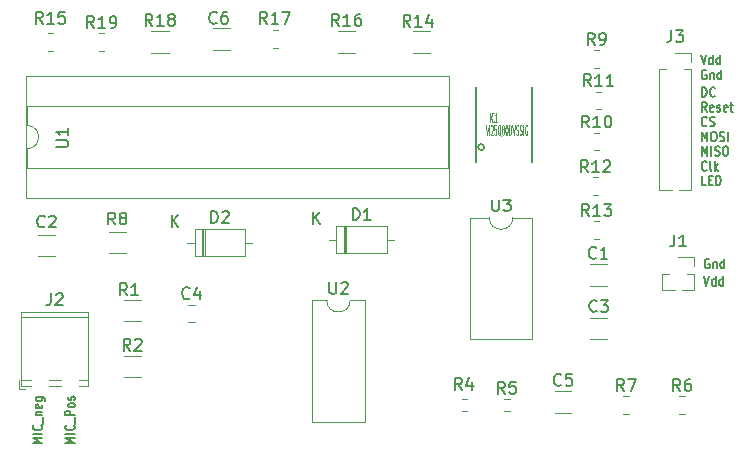
<source format=gbr>
%TF.GenerationSoftware,KiCad,Pcbnew,8.0.7*%
%TF.CreationDate,2025-04-03T15:21:43+05:30*%
%TF.ProjectId,Esdp,45736470-2e6b-4696-9361-645f70636258,rev?*%
%TF.SameCoordinates,Original*%
%TF.FileFunction,Legend,Top*%
%TF.FilePolarity,Positive*%
%FSLAX46Y46*%
G04 Gerber Fmt 4.6, Leading zero omitted, Abs format (unit mm)*
G04 Created by KiCad (PCBNEW 8.0.7) date 2025-04-03 15:21:43*
%MOMM*%
%LPD*%
G01*
G04 APERTURE LIST*
%ADD10C,0.150000*%
%ADD11C,0.080000*%
%ADD12C,0.120000*%
%ADD13C,0.127000*%
G04 APERTURE END LIST*
D10*
X136015350Y-84394295D02*
X136015350Y-83594295D01*
X136015350Y-83594295D02*
X136182017Y-83594295D01*
X136182017Y-83594295D02*
X136282017Y-83632390D01*
X136282017Y-83632390D02*
X136348684Y-83708580D01*
X136348684Y-83708580D02*
X136382017Y-83784771D01*
X136382017Y-83784771D02*
X136415350Y-83937152D01*
X136415350Y-83937152D02*
X136415350Y-84051438D01*
X136415350Y-84051438D02*
X136382017Y-84203819D01*
X136382017Y-84203819D02*
X136348684Y-84280009D01*
X136348684Y-84280009D02*
X136282017Y-84356200D01*
X136282017Y-84356200D02*
X136182017Y-84394295D01*
X136182017Y-84394295D02*
X136015350Y-84394295D01*
X137115350Y-84318104D02*
X137082017Y-84356200D01*
X137082017Y-84356200D02*
X136982017Y-84394295D01*
X136982017Y-84394295D02*
X136915350Y-84394295D01*
X136915350Y-84394295D02*
X136815350Y-84356200D01*
X136815350Y-84356200D02*
X136748684Y-84280009D01*
X136748684Y-84280009D02*
X136715350Y-84203819D01*
X136715350Y-84203819D02*
X136682017Y-84051438D01*
X136682017Y-84051438D02*
X136682017Y-83937152D01*
X136682017Y-83937152D02*
X136715350Y-83784771D01*
X136715350Y-83784771D02*
X136748684Y-83708580D01*
X136748684Y-83708580D02*
X136815350Y-83632390D01*
X136815350Y-83632390D02*
X136915350Y-83594295D01*
X136915350Y-83594295D02*
X136982017Y-83594295D01*
X136982017Y-83594295D02*
X137082017Y-83632390D01*
X137082017Y-83632390D02*
X137115350Y-83670485D01*
X136348684Y-91894295D02*
X136015350Y-91894295D01*
X136015350Y-91894295D02*
X136015350Y-91094295D01*
X136582017Y-91475247D02*
X136815351Y-91475247D01*
X136915351Y-91894295D02*
X136582017Y-91894295D01*
X136582017Y-91894295D02*
X136582017Y-91094295D01*
X136582017Y-91094295D02*
X136915351Y-91094295D01*
X137215350Y-91894295D02*
X137215350Y-91094295D01*
X137215350Y-91094295D02*
X137382017Y-91094295D01*
X137382017Y-91094295D02*
X137482017Y-91132390D01*
X137482017Y-91132390D02*
X137548684Y-91208580D01*
X137548684Y-91208580D02*
X137582017Y-91284771D01*
X137582017Y-91284771D02*
X137615350Y-91437152D01*
X137615350Y-91437152D02*
X137615350Y-91551438D01*
X137615350Y-91551438D02*
X137582017Y-91703819D01*
X137582017Y-91703819D02*
X137548684Y-91780009D01*
X137548684Y-91780009D02*
X137482017Y-91856200D01*
X137482017Y-91856200D02*
X137382017Y-91894295D01*
X137382017Y-91894295D02*
X137215350Y-91894295D01*
X136415350Y-90568104D02*
X136382017Y-90606200D01*
X136382017Y-90606200D02*
X136282017Y-90644295D01*
X136282017Y-90644295D02*
X136215350Y-90644295D01*
X136215350Y-90644295D02*
X136115350Y-90606200D01*
X136115350Y-90606200D02*
X136048684Y-90530009D01*
X136048684Y-90530009D02*
X136015350Y-90453819D01*
X136015350Y-90453819D02*
X135982017Y-90301438D01*
X135982017Y-90301438D02*
X135982017Y-90187152D01*
X135982017Y-90187152D02*
X136015350Y-90034771D01*
X136015350Y-90034771D02*
X136048684Y-89958580D01*
X136048684Y-89958580D02*
X136115350Y-89882390D01*
X136115350Y-89882390D02*
X136215350Y-89844295D01*
X136215350Y-89844295D02*
X136282017Y-89844295D01*
X136282017Y-89844295D02*
X136382017Y-89882390D01*
X136382017Y-89882390D02*
X136415350Y-89920485D01*
X136815350Y-90644295D02*
X136748684Y-90606200D01*
X136748684Y-90606200D02*
X136715350Y-90530009D01*
X136715350Y-90530009D02*
X136715350Y-89844295D01*
X137082017Y-90644295D02*
X137082017Y-89844295D01*
X137148684Y-90339533D02*
X137348684Y-90644295D01*
X137348684Y-90110961D02*
X137082017Y-90415723D01*
X82894295Y-113734649D02*
X82094295Y-113734649D01*
X82094295Y-113734649D02*
X82665723Y-113501316D01*
X82665723Y-113501316D02*
X82094295Y-113267982D01*
X82094295Y-113267982D02*
X82894295Y-113267982D01*
X82894295Y-112934649D02*
X82094295Y-112934649D01*
X82818104Y-112201316D02*
X82856200Y-112234649D01*
X82856200Y-112234649D02*
X82894295Y-112334649D01*
X82894295Y-112334649D02*
X82894295Y-112401316D01*
X82894295Y-112401316D02*
X82856200Y-112501316D01*
X82856200Y-112501316D02*
X82780009Y-112567983D01*
X82780009Y-112567983D02*
X82703819Y-112601316D01*
X82703819Y-112601316D02*
X82551438Y-112634649D01*
X82551438Y-112634649D02*
X82437152Y-112634649D01*
X82437152Y-112634649D02*
X82284771Y-112601316D01*
X82284771Y-112601316D02*
X82208580Y-112567983D01*
X82208580Y-112567983D02*
X82132390Y-112501316D01*
X82132390Y-112501316D02*
X82094295Y-112401316D01*
X82094295Y-112401316D02*
X82094295Y-112334649D01*
X82094295Y-112334649D02*
X82132390Y-112234649D01*
X82132390Y-112234649D02*
X82170485Y-112201316D01*
X82970485Y-112067983D02*
X82970485Y-111534649D01*
X82894295Y-111367983D02*
X82094295Y-111367983D01*
X82094295Y-111367983D02*
X82094295Y-111101316D01*
X82094295Y-111101316D02*
X82132390Y-111034650D01*
X82132390Y-111034650D02*
X82170485Y-111001316D01*
X82170485Y-111001316D02*
X82246676Y-110967983D01*
X82246676Y-110967983D02*
X82360961Y-110967983D01*
X82360961Y-110967983D02*
X82437152Y-111001316D01*
X82437152Y-111001316D02*
X82475247Y-111034650D01*
X82475247Y-111034650D02*
X82513342Y-111101316D01*
X82513342Y-111101316D02*
X82513342Y-111367983D01*
X82894295Y-110567983D02*
X82856200Y-110634650D01*
X82856200Y-110634650D02*
X82818104Y-110667983D01*
X82818104Y-110667983D02*
X82741914Y-110701316D01*
X82741914Y-110701316D02*
X82513342Y-110701316D01*
X82513342Y-110701316D02*
X82437152Y-110667983D01*
X82437152Y-110667983D02*
X82399057Y-110634650D01*
X82399057Y-110634650D02*
X82360961Y-110567983D01*
X82360961Y-110567983D02*
X82360961Y-110467983D01*
X82360961Y-110467983D02*
X82399057Y-110401316D01*
X82399057Y-110401316D02*
X82437152Y-110367983D01*
X82437152Y-110367983D02*
X82513342Y-110334650D01*
X82513342Y-110334650D02*
X82741914Y-110334650D01*
X82741914Y-110334650D02*
X82818104Y-110367983D01*
X82818104Y-110367983D02*
X82856200Y-110401316D01*
X82856200Y-110401316D02*
X82894295Y-110467983D01*
X82894295Y-110467983D02*
X82894295Y-110567983D01*
X82856200Y-110067983D02*
X82894295Y-110001317D01*
X82894295Y-110001317D02*
X82894295Y-109867983D01*
X82894295Y-109867983D02*
X82856200Y-109801317D01*
X82856200Y-109801317D02*
X82780009Y-109767983D01*
X82780009Y-109767983D02*
X82741914Y-109767983D01*
X82741914Y-109767983D02*
X82665723Y-109801317D01*
X82665723Y-109801317D02*
X82627628Y-109867983D01*
X82627628Y-109867983D02*
X82627628Y-109967983D01*
X82627628Y-109967983D02*
X82589533Y-110034650D01*
X82589533Y-110034650D02*
X82513342Y-110067983D01*
X82513342Y-110067983D02*
X82475247Y-110067983D01*
X82475247Y-110067983D02*
X82399057Y-110034650D01*
X82399057Y-110034650D02*
X82360961Y-109967983D01*
X82360961Y-109967983D02*
X82360961Y-109867983D01*
X82360961Y-109867983D02*
X82399057Y-109801317D01*
X135915350Y-80844295D02*
X136148684Y-81644295D01*
X136148684Y-81644295D02*
X136382017Y-80844295D01*
X136915350Y-81644295D02*
X136915350Y-80844295D01*
X136915350Y-81606200D02*
X136848684Y-81644295D01*
X136848684Y-81644295D02*
X136715350Y-81644295D01*
X136715350Y-81644295D02*
X136648684Y-81606200D01*
X136648684Y-81606200D02*
X136615350Y-81568104D01*
X136615350Y-81568104D02*
X136582017Y-81491914D01*
X136582017Y-81491914D02*
X136582017Y-81263342D01*
X136582017Y-81263342D02*
X136615350Y-81187152D01*
X136615350Y-81187152D02*
X136648684Y-81149057D01*
X136648684Y-81149057D02*
X136715350Y-81110961D01*
X136715350Y-81110961D02*
X136848684Y-81110961D01*
X136848684Y-81110961D02*
X136915350Y-81149057D01*
X137548683Y-81644295D02*
X137548683Y-80844295D01*
X137548683Y-81606200D02*
X137482017Y-81644295D01*
X137482017Y-81644295D02*
X137348683Y-81644295D01*
X137348683Y-81644295D02*
X137282017Y-81606200D01*
X137282017Y-81606200D02*
X137248683Y-81568104D01*
X137248683Y-81568104D02*
X137215350Y-81491914D01*
X137215350Y-81491914D02*
X137215350Y-81263342D01*
X137215350Y-81263342D02*
X137248683Y-81187152D01*
X137248683Y-81187152D02*
X137282017Y-81149057D01*
X137282017Y-81149057D02*
X137348683Y-81110961D01*
X137348683Y-81110961D02*
X137482017Y-81110961D01*
X137482017Y-81110961D02*
X137548683Y-81149057D01*
X136015350Y-89394295D02*
X136015350Y-88594295D01*
X136015350Y-88594295D02*
X136248684Y-89165723D01*
X136248684Y-89165723D02*
X136482017Y-88594295D01*
X136482017Y-88594295D02*
X136482017Y-89394295D01*
X136815350Y-89394295D02*
X136815350Y-88594295D01*
X137115350Y-89356200D02*
X137215350Y-89394295D01*
X137215350Y-89394295D02*
X137382017Y-89394295D01*
X137382017Y-89394295D02*
X137448683Y-89356200D01*
X137448683Y-89356200D02*
X137482017Y-89318104D01*
X137482017Y-89318104D02*
X137515350Y-89241914D01*
X137515350Y-89241914D02*
X137515350Y-89165723D01*
X137515350Y-89165723D02*
X137482017Y-89089533D01*
X137482017Y-89089533D02*
X137448683Y-89051438D01*
X137448683Y-89051438D02*
X137382017Y-89013342D01*
X137382017Y-89013342D02*
X137248683Y-88975247D01*
X137248683Y-88975247D02*
X137182017Y-88937152D01*
X137182017Y-88937152D02*
X137148683Y-88899057D01*
X137148683Y-88899057D02*
X137115350Y-88822866D01*
X137115350Y-88822866D02*
X137115350Y-88746676D01*
X137115350Y-88746676D02*
X137148683Y-88670485D01*
X137148683Y-88670485D02*
X137182017Y-88632390D01*
X137182017Y-88632390D02*
X137248683Y-88594295D01*
X137248683Y-88594295D02*
X137415350Y-88594295D01*
X137415350Y-88594295D02*
X137515350Y-88632390D01*
X137948684Y-88594295D02*
X138082017Y-88594295D01*
X138082017Y-88594295D02*
X138148684Y-88632390D01*
X138148684Y-88632390D02*
X138215350Y-88708580D01*
X138215350Y-88708580D02*
X138248684Y-88860961D01*
X138248684Y-88860961D02*
X138248684Y-89127628D01*
X138248684Y-89127628D02*
X138215350Y-89280009D01*
X138215350Y-89280009D02*
X138148684Y-89356200D01*
X138148684Y-89356200D02*
X138082017Y-89394295D01*
X138082017Y-89394295D02*
X137948684Y-89394295D01*
X137948684Y-89394295D02*
X137882017Y-89356200D01*
X137882017Y-89356200D02*
X137815350Y-89280009D01*
X137815350Y-89280009D02*
X137782017Y-89127628D01*
X137782017Y-89127628D02*
X137782017Y-88860961D01*
X137782017Y-88860961D02*
X137815350Y-88708580D01*
X137815350Y-88708580D02*
X137882017Y-88632390D01*
X137882017Y-88632390D02*
X137948684Y-88594295D01*
X136015350Y-88144295D02*
X136015350Y-87344295D01*
X136015350Y-87344295D02*
X136248684Y-87915723D01*
X136248684Y-87915723D02*
X136482017Y-87344295D01*
X136482017Y-87344295D02*
X136482017Y-88144295D01*
X136948684Y-87344295D02*
X137082017Y-87344295D01*
X137082017Y-87344295D02*
X137148684Y-87382390D01*
X137148684Y-87382390D02*
X137215350Y-87458580D01*
X137215350Y-87458580D02*
X137248684Y-87610961D01*
X137248684Y-87610961D02*
X137248684Y-87877628D01*
X137248684Y-87877628D02*
X137215350Y-88030009D01*
X137215350Y-88030009D02*
X137148684Y-88106200D01*
X137148684Y-88106200D02*
X137082017Y-88144295D01*
X137082017Y-88144295D02*
X136948684Y-88144295D01*
X136948684Y-88144295D02*
X136882017Y-88106200D01*
X136882017Y-88106200D02*
X136815350Y-88030009D01*
X136815350Y-88030009D02*
X136782017Y-87877628D01*
X136782017Y-87877628D02*
X136782017Y-87610961D01*
X136782017Y-87610961D02*
X136815350Y-87458580D01*
X136815350Y-87458580D02*
X136882017Y-87382390D01*
X136882017Y-87382390D02*
X136948684Y-87344295D01*
X137515350Y-88106200D02*
X137615350Y-88144295D01*
X137615350Y-88144295D02*
X137782017Y-88144295D01*
X137782017Y-88144295D02*
X137848683Y-88106200D01*
X137848683Y-88106200D02*
X137882017Y-88068104D01*
X137882017Y-88068104D02*
X137915350Y-87991914D01*
X137915350Y-87991914D02*
X137915350Y-87915723D01*
X137915350Y-87915723D02*
X137882017Y-87839533D01*
X137882017Y-87839533D02*
X137848683Y-87801438D01*
X137848683Y-87801438D02*
X137782017Y-87763342D01*
X137782017Y-87763342D02*
X137648683Y-87725247D01*
X137648683Y-87725247D02*
X137582017Y-87687152D01*
X137582017Y-87687152D02*
X137548683Y-87649057D01*
X137548683Y-87649057D02*
X137515350Y-87572866D01*
X137515350Y-87572866D02*
X137515350Y-87496676D01*
X137515350Y-87496676D02*
X137548683Y-87420485D01*
X137548683Y-87420485D02*
X137582017Y-87382390D01*
X137582017Y-87382390D02*
X137648683Y-87344295D01*
X137648683Y-87344295D02*
X137815350Y-87344295D01*
X137815350Y-87344295D02*
X137915350Y-87382390D01*
X138215350Y-88144295D02*
X138215350Y-87344295D01*
X136632017Y-98132390D02*
X136565350Y-98094295D01*
X136565350Y-98094295D02*
X136465350Y-98094295D01*
X136465350Y-98094295D02*
X136365350Y-98132390D01*
X136365350Y-98132390D02*
X136298684Y-98208580D01*
X136298684Y-98208580D02*
X136265350Y-98284771D01*
X136265350Y-98284771D02*
X136232017Y-98437152D01*
X136232017Y-98437152D02*
X136232017Y-98551438D01*
X136232017Y-98551438D02*
X136265350Y-98703819D01*
X136265350Y-98703819D02*
X136298684Y-98780009D01*
X136298684Y-98780009D02*
X136365350Y-98856200D01*
X136365350Y-98856200D02*
X136465350Y-98894295D01*
X136465350Y-98894295D02*
X136532017Y-98894295D01*
X136532017Y-98894295D02*
X136632017Y-98856200D01*
X136632017Y-98856200D02*
X136665350Y-98818104D01*
X136665350Y-98818104D02*
X136665350Y-98551438D01*
X136665350Y-98551438D02*
X136532017Y-98551438D01*
X136965350Y-98360961D02*
X136965350Y-98894295D01*
X136965350Y-98437152D02*
X136998684Y-98399057D01*
X136998684Y-98399057D02*
X137065350Y-98360961D01*
X137065350Y-98360961D02*
X137165350Y-98360961D01*
X137165350Y-98360961D02*
X137232017Y-98399057D01*
X137232017Y-98399057D02*
X137265350Y-98475247D01*
X137265350Y-98475247D02*
X137265350Y-98894295D01*
X137898683Y-98894295D02*
X137898683Y-98094295D01*
X137898683Y-98856200D02*
X137832017Y-98894295D01*
X137832017Y-98894295D02*
X137698683Y-98894295D01*
X137698683Y-98894295D02*
X137632017Y-98856200D01*
X137632017Y-98856200D02*
X137598683Y-98818104D01*
X137598683Y-98818104D02*
X137565350Y-98741914D01*
X137565350Y-98741914D02*
X137565350Y-98513342D01*
X137565350Y-98513342D02*
X137598683Y-98437152D01*
X137598683Y-98437152D02*
X137632017Y-98399057D01*
X137632017Y-98399057D02*
X137698683Y-98360961D01*
X137698683Y-98360961D02*
X137832017Y-98360961D01*
X137832017Y-98360961D02*
X137898683Y-98399057D01*
X136382017Y-82132390D02*
X136315350Y-82094295D01*
X136315350Y-82094295D02*
X136215350Y-82094295D01*
X136215350Y-82094295D02*
X136115350Y-82132390D01*
X136115350Y-82132390D02*
X136048684Y-82208580D01*
X136048684Y-82208580D02*
X136015350Y-82284771D01*
X136015350Y-82284771D02*
X135982017Y-82437152D01*
X135982017Y-82437152D02*
X135982017Y-82551438D01*
X135982017Y-82551438D02*
X136015350Y-82703819D01*
X136015350Y-82703819D02*
X136048684Y-82780009D01*
X136048684Y-82780009D02*
X136115350Y-82856200D01*
X136115350Y-82856200D02*
X136215350Y-82894295D01*
X136215350Y-82894295D02*
X136282017Y-82894295D01*
X136282017Y-82894295D02*
X136382017Y-82856200D01*
X136382017Y-82856200D02*
X136415350Y-82818104D01*
X136415350Y-82818104D02*
X136415350Y-82551438D01*
X136415350Y-82551438D02*
X136282017Y-82551438D01*
X136715350Y-82360961D02*
X136715350Y-82894295D01*
X136715350Y-82437152D02*
X136748684Y-82399057D01*
X136748684Y-82399057D02*
X136815350Y-82360961D01*
X136815350Y-82360961D02*
X136915350Y-82360961D01*
X136915350Y-82360961D02*
X136982017Y-82399057D01*
X136982017Y-82399057D02*
X137015350Y-82475247D01*
X137015350Y-82475247D02*
X137015350Y-82894295D01*
X137648683Y-82894295D02*
X137648683Y-82094295D01*
X137648683Y-82856200D02*
X137582017Y-82894295D01*
X137582017Y-82894295D02*
X137448683Y-82894295D01*
X137448683Y-82894295D02*
X137382017Y-82856200D01*
X137382017Y-82856200D02*
X137348683Y-82818104D01*
X137348683Y-82818104D02*
X137315350Y-82741914D01*
X137315350Y-82741914D02*
X137315350Y-82513342D01*
X137315350Y-82513342D02*
X137348683Y-82437152D01*
X137348683Y-82437152D02*
X137382017Y-82399057D01*
X137382017Y-82399057D02*
X137448683Y-82360961D01*
X137448683Y-82360961D02*
X137582017Y-82360961D01*
X137582017Y-82360961D02*
X137648683Y-82399057D01*
X136415350Y-86818104D02*
X136382017Y-86856200D01*
X136382017Y-86856200D02*
X136282017Y-86894295D01*
X136282017Y-86894295D02*
X136215350Y-86894295D01*
X136215350Y-86894295D02*
X136115350Y-86856200D01*
X136115350Y-86856200D02*
X136048684Y-86780009D01*
X136048684Y-86780009D02*
X136015350Y-86703819D01*
X136015350Y-86703819D02*
X135982017Y-86551438D01*
X135982017Y-86551438D02*
X135982017Y-86437152D01*
X135982017Y-86437152D02*
X136015350Y-86284771D01*
X136015350Y-86284771D02*
X136048684Y-86208580D01*
X136048684Y-86208580D02*
X136115350Y-86132390D01*
X136115350Y-86132390D02*
X136215350Y-86094295D01*
X136215350Y-86094295D02*
X136282017Y-86094295D01*
X136282017Y-86094295D02*
X136382017Y-86132390D01*
X136382017Y-86132390D02*
X136415350Y-86170485D01*
X136682017Y-86856200D02*
X136782017Y-86894295D01*
X136782017Y-86894295D02*
X136948684Y-86894295D01*
X136948684Y-86894295D02*
X137015350Y-86856200D01*
X137015350Y-86856200D02*
X137048684Y-86818104D01*
X137048684Y-86818104D02*
X137082017Y-86741914D01*
X137082017Y-86741914D02*
X137082017Y-86665723D01*
X137082017Y-86665723D02*
X137048684Y-86589533D01*
X137048684Y-86589533D02*
X137015350Y-86551438D01*
X137015350Y-86551438D02*
X136948684Y-86513342D01*
X136948684Y-86513342D02*
X136815350Y-86475247D01*
X136815350Y-86475247D02*
X136748684Y-86437152D01*
X136748684Y-86437152D02*
X136715350Y-86399057D01*
X136715350Y-86399057D02*
X136682017Y-86322866D01*
X136682017Y-86322866D02*
X136682017Y-86246676D01*
X136682017Y-86246676D02*
X136715350Y-86170485D01*
X136715350Y-86170485D02*
X136748684Y-86132390D01*
X136748684Y-86132390D02*
X136815350Y-86094295D01*
X136815350Y-86094295D02*
X136982017Y-86094295D01*
X136982017Y-86094295D02*
X137082017Y-86132390D01*
X136165350Y-99594295D02*
X136398684Y-100394295D01*
X136398684Y-100394295D02*
X136632017Y-99594295D01*
X137165350Y-100394295D02*
X137165350Y-99594295D01*
X137165350Y-100356200D02*
X137098684Y-100394295D01*
X137098684Y-100394295D02*
X136965350Y-100394295D01*
X136965350Y-100394295D02*
X136898684Y-100356200D01*
X136898684Y-100356200D02*
X136865350Y-100318104D01*
X136865350Y-100318104D02*
X136832017Y-100241914D01*
X136832017Y-100241914D02*
X136832017Y-100013342D01*
X136832017Y-100013342D02*
X136865350Y-99937152D01*
X136865350Y-99937152D02*
X136898684Y-99899057D01*
X136898684Y-99899057D02*
X136965350Y-99860961D01*
X136965350Y-99860961D02*
X137098684Y-99860961D01*
X137098684Y-99860961D02*
X137165350Y-99899057D01*
X137798683Y-100394295D02*
X137798683Y-99594295D01*
X137798683Y-100356200D02*
X137732017Y-100394295D01*
X137732017Y-100394295D02*
X137598683Y-100394295D01*
X137598683Y-100394295D02*
X137532017Y-100356200D01*
X137532017Y-100356200D02*
X137498683Y-100318104D01*
X137498683Y-100318104D02*
X137465350Y-100241914D01*
X137465350Y-100241914D02*
X137465350Y-100013342D01*
X137465350Y-100013342D02*
X137498683Y-99937152D01*
X137498683Y-99937152D02*
X137532017Y-99899057D01*
X137532017Y-99899057D02*
X137598683Y-99860961D01*
X137598683Y-99860961D02*
X137732017Y-99860961D01*
X137732017Y-99860961D02*
X137798683Y-99899057D01*
X136415350Y-85644295D02*
X136182017Y-85263342D01*
X136015350Y-85644295D02*
X136015350Y-84844295D01*
X136015350Y-84844295D02*
X136282017Y-84844295D01*
X136282017Y-84844295D02*
X136348684Y-84882390D01*
X136348684Y-84882390D02*
X136382017Y-84920485D01*
X136382017Y-84920485D02*
X136415350Y-84996676D01*
X136415350Y-84996676D02*
X136415350Y-85110961D01*
X136415350Y-85110961D02*
X136382017Y-85187152D01*
X136382017Y-85187152D02*
X136348684Y-85225247D01*
X136348684Y-85225247D02*
X136282017Y-85263342D01*
X136282017Y-85263342D02*
X136015350Y-85263342D01*
X136982017Y-85606200D02*
X136915350Y-85644295D01*
X136915350Y-85644295D02*
X136782017Y-85644295D01*
X136782017Y-85644295D02*
X136715350Y-85606200D01*
X136715350Y-85606200D02*
X136682017Y-85530009D01*
X136682017Y-85530009D02*
X136682017Y-85225247D01*
X136682017Y-85225247D02*
X136715350Y-85149057D01*
X136715350Y-85149057D02*
X136782017Y-85110961D01*
X136782017Y-85110961D02*
X136915350Y-85110961D01*
X136915350Y-85110961D02*
X136982017Y-85149057D01*
X136982017Y-85149057D02*
X137015350Y-85225247D01*
X137015350Y-85225247D02*
X137015350Y-85301438D01*
X137015350Y-85301438D02*
X136682017Y-85377628D01*
X137282017Y-85606200D02*
X137348684Y-85644295D01*
X137348684Y-85644295D02*
X137482017Y-85644295D01*
X137482017Y-85644295D02*
X137548684Y-85606200D01*
X137548684Y-85606200D02*
X137582017Y-85530009D01*
X137582017Y-85530009D02*
X137582017Y-85491914D01*
X137582017Y-85491914D02*
X137548684Y-85415723D01*
X137548684Y-85415723D02*
X137482017Y-85377628D01*
X137482017Y-85377628D02*
X137382017Y-85377628D01*
X137382017Y-85377628D02*
X137315350Y-85339533D01*
X137315350Y-85339533D02*
X137282017Y-85263342D01*
X137282017Y-85263342D02*
X137282017Y-85225247D01*
X137282017Y-85225247D02*
X137315350Y-85149057D01*
X137315350Y-85149057D02*
X137382017Y-85110961D01*
X137382017Y-85110961D02*
X137482017Y-85110961D01*
X137482017Y-85110961D02*
X137548684Y-85149057D01*
X138148684Y-85606200D02*
X138082017Y-85644295D01*
X138082017Y-85644295D02*
X137948684Y-85644295D01*
X137948684Y-85644295D02*
X137882017Y-85606200D01*
X137882017Y-85606200D02*
X137848684Y-85530009D01*
X137848684Y-85530009D02*
X137848684Y-85225247D01*
X137848684Y-85225247D02*
X137882017Y-85149057D01*
X137882017Y-85149057D02*
X137948684Y-85110961D01*
X137948684Y-85110961D02*
X138082017Y-85110961D01*
X138082017Y-85110961D02*
X138148684Y-85149057D01*
X138148684Y-85149057D02*
X138182017Y-85225247D01*
X138182017Y-85225247D02*
X138182017Y-85301438D01*
X138182017Y-85301438D02*
X137848684Y-85377628D01*
X138382017Y-85110961D02*
X138648684Y-85110961D01*
X138482017Y-84844295D02*
X138482017Y-85530009D01*
X138482017Y-85530009D02*
X138515351Y-85606200D01*
X138515351Y-85606200D02*
X138582017Y-85644295D01*
X138582017Y-85644295D02*
X138648684Y-85644295D01*
X80144295Y-113734649D02*
X79344295Y-113734649D01*
X79344295Y-113734649D02*
X79915723Y-113501316D01*
X79915723Y-113501316D02*
X79344295Y-113267982D01*
X79344295Y-113267982D02*
X80144295Y-113267982D01*
X80144295Y-112934649D02*
X79344295Y-112934649D01*
X80068104Y-112201316D02*
X80106200Y-112234649D01*
X80106200Y-112234649D02*
X80144295Y-112334649D01*
X80144295Y-112334649D02*
X80144295Y-112401316D01*
X80144295Y-112401316D02*
X80106200Y-112501316D01*
X80106200Y-112501316D02*
X80030009Y-112567983D01*
X80030009Y-112567983D02*
X79953819Y-112601316D01*
X79953819Y-112601316D02*
X79801438Y-112634649D01*
X79801438Y-112634649D02*
X79687152Y-112634649D01*
X79687152Y-112634649D02*
X79534771Y-112601316D01*
X79534771Y-112601316D02*
X79458580Y-112567983D01*
X79458580Y-112567983D02*
X79382390Y-112501316D01*
X79382390Y-112501316D02*
X79344295Y-112401316D01*
X79344295Y-112401316D02*
X79344295Y-112334649D01*
X79344295Y-112334649D02*
X79382390Y-112234649D01*
X79382390Y-112234649D02*
X79420485Y-112201316D01*
X80220485Y-112067983D02*
X80220485Y-111534649D01*
X79610961Y-111367983D02*
X80144295Y-111367983D01*
X79687152Y-111367983D02*
X79649057Y-111334650D01*
X79649057Y-111334650D02*
X79610961Y-111267983D01*
X79610961Y-111267983D02*
X79610961Y-111167983D01*
X79610961Y-111167983D02*
X79649057Y-111101316D01*
X79649057Y-111101316D02*
X79725247Y-111067983D01*
X79725247Y-111067983D02*
X80144295Y-111067983D01*
X80106200Y-110467983D02*
X80144295Y-110534650D01*
X80144295Y-110534650D02*
X80144295Y-110667983D01*
X80144295Y-110667983D02*
X80106200Y-110734650D01*
X80106200Y-110734650D02*
X80030009Y-110767983D01*
X80030009Y-110767983D02*
X79725247Y-110767983D01*
X79725247Y-110767983D02*
X79649057Y-110734650D01*
X79649057Y-110734650D02*
X79610961Y-110667983D01*
X79610961Y-110667983D02*
X79610961Y-110534650D01*
X79610961Y-110534650D02*
X79649057Y-110467983D01*
X79649057Y-110467983D02*
X79725247Y-110434650D01*
X79725247Y-110434650D02*
X79801438Y-110434650D01*
X79801438Y-110434650D02*
X79877628Y-110767983D01*
X79610961Y-109834650D02*
X80258580Y-109834650D01*
X80258580Y-109834650D02*
X80334771Y-109867983D01*
X80334771Y-109867983D02*
X80372866Y-109901317D01*
X80372866Y-109901317D02*
X80410961Y-109967983D01*
X80410961Y-109967983D02*
X80410961Y-110067983D01*
X80410961Y-110067983D02*
X80372866Y-110134650D01*
X80106200Y-109834650D02*
X80144295Y-109901317D01*
X80144295Y-109901317D02*
X80144295Y-110034650D01*
X80144295Y-110034650D02*
X80106200Y-110101317D01*
X80106200Y-110101317D02*
X80068104Y-110134650D01*
X80068104Y-110134650D02*
X79991914Y-110167983D01*
X79991914Y-110167983D02*
X79763342Y-110167983D01*
X79763342Y-110167983D02*
X79687152Y-110134650D01*
X79687152Y-110134650D02*
X79649057Y-110101317D01*
X79649057Y-110101317D02*
X79610961Y-110034650D01*
X79610961Y-110034650D02*
X79610961Y-109901317D01*
X79610961Y-109901317D02*
X79649057Y-109834650D01*
X133416666Y-78759819D02*
X133416666Y-79474104D01*
X133416666Y-79474104D02*
X133369047Y-79616961D01*
X133369047Y-79616961D02*
X133273809Y-79712200D01*
X133273809Y-79712200D02*
X133130952Y-79759819D01*
X133130952Y-79759819D02*
X133035714Y-79759819D01*
X133797619Y-78759819D02*
X134416666Y-78759819D01*
X134416666Y-78759819D02*
X134083333Y-79140771D01*
X134083333Y-79140771D02*
X134226190Y-79140771D01*
X134226190Y-79140771D02*
X134321428Y-79188390D01*
X134321428Y-79188390D02*
X134369047Y-79236009D01*
X134369047Y-79236009D02*
X134416666Y-79331247D01*
X134416666Y-79331247D02*
X134416666Y-79569342D01*
X134416666Y-79569342D02*
X134369047Y-79664580D01*
X134369047Y-79664580D02*
X134321428Y-79712200D01*
X134321428Y-79712200D02*
X134226190Y-79759819D01*
X134226190Y-79759819D02*
X133940476Y-79759819D01*
X133940476Y-79759819D02*
X133845238Y-79712200D01*
X133845238Y-79712200D02*
X133797619Y-79664580D01*
X126444642Y-94494819D02*
X126111309Y-94018628D01*
X125873214Y-94494819D02*
X125873214Y-93494819D01*
X125873214Y-93494819D02*
X126254166Y-93494819D01*
X126254166Y-93494819D02*
X126349404Y-93542438D01*
X126349404Y-93542438D02*
X126397023Y-93590057D01*
X126397023Y-93590057D02*
X126444642Y-93685295D01*
X126444642Y-93685295D02*
X126444642Y-93828152D01*
X126444642Y-93828152D02*
X126397023Y-93923390D01*
X126397023Y-93923390D02*
X126349404Y-93971009D01*
X126349404Y-93971009D02*
X126254166Y-94018628D01*
X126254166Y-94018628D02*
X125873214Y-94018628D01*
X127397023Y-94494819D02*
X126825595Y-94494819D01*
X127111309Y-94494819D02*
X127111309Y-93494819D01*
X127111309Y-93494819D02*
X127016071Y-93637676D01*
X127016071Y-93637676D02*
X126920833Y-93732914D01*
X126920833Y-93732914D02*
X126825595Y-93780533D01*
X127730357Y-93494819D02*
X128349404Y-93494819D01*
X128349404Y-93494819D02*
X128016071Y-93875771D01*
X128016071Y-93875771D02*
X128158928Y-93875771D01*
X128158928Y-93875771D02*
X128254166Y-93923390D01*
X128254166Y-93923390D02*
X128301785Y-93971009D01*
X128301785Y-93971009D02*
X128349404Y-94066247D01*
X128349404Y-94066247D02*
X128349404Y-94304342D01*
X128349404Y-94304342D02*
X128301785Y-94399580D01*
X128301785Y-94399580D02*
X128254166Y-94447200D01*
X128254166Y-94447200D02*
X128158928Y-94494819D01*
X128158928Y-94494819D02*
X127873214Y-94494819D01*
X127873214Y-94494819D02*
X127777976Y-94447200D01*
X127777976Y-94447200D02*
X127730357Y-94399580D01*
D11*
X118048619Y-86531735D02*
X118048619Y-85731735D01*
X118383857Y-86455544D02*
X118368619Y-86493640D01*
X118368619Y-86493640D02*
X118322905Y-86531735D01*
X118322905Y-86531735D02*
X118292429Y-86531735D01*
X118292429Y-86531735D02*
X118246714Y-86493640D01*
X118246714Y-86493640D02*
X118216238Y-86417449D01*
X118216238Y-86417449D02*
X118201000Y-86341259D01*
X118201000Y-86341259D02*
X118185762Y-86188878D01*
X118185762Y-86188878D02*
X118185762Y-86074592D01*
X118185762Y-86074592D02*
X118201000Y-85922211D01*
X118201000Y-85922211D02*
X118216238Y-85846020D01*
X118216238Y-85846020D02*
X118246714Y-85769830D01*
X118246714Y-85769830D02*
X118292429Y-85731735D01*
X118292429Y-85731735D02*
X118322905Y-85731735D01*
X118322905Y-85731735D02*
X118368619Y-85769830D01*
X118368619Y-85769830D02*
X118383857Y-85807925D01*
X118688619Y-86531735D02*
X118505762Y-86531735D01*
X118597190Y-86531735D02*
X118597190Y-85731735D01*
X118597190Y-85731735D02*
X118566714Y-85846020D01*
X118566714Y-85846020D02*
X118536238Y-85922211D01*
X118536238Y-85922211D02*
X118505762Y-85960306D01*
X117747619Y-86815935D02*
X117823809Y-87615935D01*
X117823809Y-87615935D02*
X117884762Y-87044506D01*
X117884762Y-87044506D02*
X117945714Y-87615935D01*
X117945714Y-87615935D02*
X118021905Y-86815935D01*
X118128571Y-86892125D02*
X118143809Y-86854030D01*
X118143809Y-86854030D02*
X118174285Y-86815935D01*
X118174285Y-86815935D02*
X118250476Y-86815935D01*
X118250476Y-86815935D02*
X118280952Y-86854030D01*
X118280952Y-86854030D02*
X118296190Y-86892125D01*
X118296190Y-86892125D02*
X118311428Y-86968316D01*
X118311428Y-86968316D02*
X118311428Y-87044506D01*
X118311428Y-87044506D02*
X118296190Y-87158792D01*
X118296190Y-87158792D02*
X118113333Y-87615935D01*
X118113333Y-87615935D02*
X118311428Y-87615935D01*
X118600952Y-86815935D02*
X118448571Y-86815935D01*
X118448571Y-86815935D02*
X118433333Y-87196887D01*
X118433333Y-87196887D02*
X118448571Y-87158792D01*
X118448571Y-87158792D02*
X118479047Y-87120697D01*
X118479047Y-87120697D02*
X118555238Y-87120697D01*
X118555238Y-87120697D02*
X118585714Y-87158792D01*
X118585714Y-87158792D02*
X118600952Y-87196887D01*
X118600952Y-87196887D02*
X118616190Y-87273078D01*
X118616190Y-87273078D02*
X118616190Y-87463554D01*
X118616190Y-87463554D02*
X118600952Y-87539744D01*
X118600952Y-87539744D02*
X118585714Y-87577840D01*
X118585714Y-87577840D02*
X118555238Y-87615935D01*
X118555238Y-87615935D02*
X118479047Y-87615935D01*
X118479047Y-87615935D02*
X118448571Y-87577840D01*
X118448571Y-87577840D02*
X118433333Y-87539744D01*
X118966666Y-87692125D02*
X118936190Y-87654030D01*
X118936190Y-87654030D02*
X118905714Y-87577840D01*
X118905714Y-87577840D02*
X118860000Y-87463554D01*
X118860000Y-87463554D02*
X118829523Y-87425459D01*
X118829523Y-87425459D02*
X118799047Y-87425459D01*
X118814285Y-87615935D02*
X118783809Y-87577840D01*
X118783809Y-87577840D02*
X118753333Y-87501649D01*
X118753333Y-87501649D02*
X118738095Y-87349268D01*
X118738095Y-87349268D02*
X118738095Y-87082601D01*
X118738095Y-87082601D02*
X118753333Y-86930220D01*
X118753333Y-86930220D02*
X118783809Y-86854030D01*
X118783809Y-86854030D02*
X118814285Y-86815935D01*
X118814285Y-86815935D02*
X118875238Y-86815935D01*
X118875238Y-86815935D02*
X118905714Y-86854030D01*
X118905714Y-86854030D02*
X118936190Y-86930220D01*
X118936190Y-86930220D02*
X118951428Y-87082601D01*
X118951428Y-87082601D02*
X118951428Y-87349268D01*
X118951428Y-87349268D02*
X118936190Y-87501649D01*
X118936190Y-87501649D02*
X118905714Y-87577840D01*
X118905714Y-87577840D02*
X118875238Y-87615935D01*
X118875238Y-87615935D02*
X118814285Y-87615935D01*
X119134285Y-87158792D02*
X119103809Y-87120697D01*
X119103809Y-87120697D02*
X119088571Y-87082601D01*
X119088571Y-87082601D02*
X119073333Y-87006411D01*
X119073333Y-87006411D02*
X119073333Y-86968316D01*
X119073333Y-86968316D02*
X119088571Y-86892125D01*
X119088571Y-86892125D02*
X119103809Y-86854030D01*
X119103809Y-86854030D02*
X119134285Y-86815935D01*
X119134285Y-86815935D02*
X119195238Y-86815935D01*
X119195238Y-86815935D02*
X119225714Y-86854030D01*
X119225714Y-86854030D02*
X119240952Y-86892125D01*
X119240952Y-86892125D02*
X119256190Y-86968316D01*
X119256190Y-86968316D02*
X119256190Y-87006411D01*
X119256190Y-87006411D02*
X119240952Y-87082601D01*
X119240952Y-87082601D02*
X119225714Y-87120697D01*
X119225714Y-87120697D02*
X119195238Y-87158792D01*
X119195238Y-87158792D02*
X119134285Y-87158792D01*
X119134285Y-87158792D02*
X119103809Y-87196887D01*
X119103809Y-87196887D02*
X119088571Y-87234982D01*
X119088571Y-87234982D02*
X119073333Y-87311173D01*
X119073333Y-87311173D02*
X119073333Y-87463554D01*
X119073333Y-87463554D02*
X119088571Y-87539744D01*
X119088571Y-87539744D02*
X119103809Y-87577840D01*
X119103809Y-87577840D02*
X119134285Y-87615935D01*
X119134285Y-87615935D02*
X119195238Y-87615935D01*
X119195238Y-87615935D02*
X119225714Y-87577840D01*
X119225714Y-87577840D02*
X119240952Y-87539744D01*
X119240952Y-87539744D02*
X119256190Y-87463554D01*
X119256190Y-87463554D02*
X119256190Y-87311173D01*
X119256190Y-87311173D02*
X119240952Y-87234982D01*
X119240952Y-87234982D02*
X119225714Y-87196887D01*
X119225714Y-87196887D02*
X119195238Y-87158792D01*
X119454285Y-86815935D02*
X119484762Y-86815935D01*
X119484762Y-86815935D02*
X119515238Y-86854030D01*
X119515238Y-86854030D02*
X119530476Y-86892125D01*
X119530476Y-86892125D02*
X119545714Y-86968316D01*
X119545714Y-86968316D02*
X119560952Y-87120697D01*
X119560952Y-87120697D02*
X119560952Y-87311173D01*
X119560952Y-87311173D02*
X119545714Y-87463554D01*
X119545714Y-87463554D02*
X119530476Y-87539744D01*
X119530476Y-87539744D02*
X119515238Y-87577840D01*
X119515238Y-87577840D02*
X119484762Y-87615935D01*
X119484762Y-87615935D02*
X119454285Y-87615935D01*
X119454285Y-87615935D02*
X119423809Y-87577840D01*
X119423809Y-87577840D02*
X119408571Y-87539744D01*
X119408571Y-87539744D02*
X119393333Y-87463554D01*
X119393333Y-87463554D02*
X119378095Y-87311173D01*
X119378095Y-87311173D02*
X119378095Y-87120697D01*
X119378095Y-87120697D02*
X119393333Y-86968316D01*
X119393333Y-86968316D02*
X119408571Y-86892125D01*
X119408571Y-86892125D02*
X119423809Y-86854030D01*
X119423809Y-86854030D02*
X119454285Y-86815935D01*
X119698095Y-87615935D02*
X119698095Y-86815935D01*
X119698095Y-86815935D02*
X119774285Y-86815935D01*
X119774285Y-86815935D02*
X119820000Y-86854030D01*
X119820000Y-86854030D02*
X119850476Y-86930220D01*
X119850476Y-86930220D02*
X119865714Y-87006411D01*
X119865714Y-87006411D02*
X119880952Y-87158792D01*
X119880952Y-87158792D02*
X119880952Y-87273078D01*
X119880952Y-87273078D02*
X119865714Y-87425459D01*
X119865714Y-87425459D02*
X119850476Y-87501649D01*
X119850476Y-87501649D02*
X119820000Y-87577840D01*
X119820000Y-87577840D02*
X119774285Y-87615935D01*
X119774285Y-87615935D02*
X119698095Y-87615935D01*
X119972381Y-86815935D02*
X120079047Y-87615935D01*
X120079047Y-87615935D02*
X120185714Y-86815935D01*
X120277143Y-87577840D02*
X120322857Y-87615935D01*
X120322857Y-87615935D02*
X120399048Y-87615935D01*
X120399048Y-87615935D02*
X120429524Y-87577840D01*
X120429524Y-87577840D02*
X120444762Y-87539744D01*
X120444762Y-87539744D02*
X120460000Y-87463554D01*
X120460000Y-87463554D02*
X120460000Y-87387363D01*
X120460000Y-87387363D02*
X120444762Y-87311173D01*
X120444762Y-87311173D02*
X120429524Y-87273078D01*
X120429524Y-87273078D02*
X120399048Y-87234982D01*
X120399048Y-87234982D02*
X120338095Y-87196887D01*
X120338095Y-87196887D02*
X120307619Y-87158792D01*
X120307619Y-87158792D02*
X120292381Y-87120697D01*
X120292381Y-87120697D02*
X120277143Y-87044506D01*
X120277143Y-87044506D02*
X120277143Y-86968316D01*
X120277143Y-86968316D02*
X120292381Y-86892125D01*
X120292381Y-86892125D02*
X120307619Y-86854030D01*
X120307619Y-86854030D02*
X120338095Y-86815935D01*
X120338095Y-86815935D02*
X120414286Y-86815935D01*
X120414286Y-86815935D02*
X120460000Y-86854030D01*
X120581905Y-87577840D02*
X120627619Y-87615935D01*
X120627619Y-87615935D02*
X120703810Y-87615935D01*
X120703810Y-87615935D02*
X120734286Y-87577840D01*
X120734286Y-87577840D02*
X120749524Y-87539744D01*
X120749524Y-87539744D02*
X120764762Y-87463554D01*
X120764762Y-87463554D02*
X120764762Y-87387363D01*
X120764762Y-87387363D02*
X120749524Y-87311173D01*
X120749524Y-87311173D02*
X120734286Y-87273078D01*
X120734286Y-87273078D02*
X120703810Y-87234982D01*
X120703810Y-87234982D02*
X120642857Y-87196887D01*
X120642857Y-87196887D02*
X120612381Y-87158792D01*
X120612381Y-87158792D02*
X120597143Y-87120697D01*
X120597143Y-87120697D02*
X120581905Y-87044506D01*
X120581905Y-87044506D02*
X120581905Y-86968316D01*
X120581905Y-86968316D02*
X120597143Y-86892125D01*
X120597143Y-86892125D02*
X120612381Y-86854030D01*
X120612381Y-86854030D02*
X120642857Y-86815935D01*
X120642857Y-86815935D02*
X120719048Y-86815935D01*
X120719048Y-86815935D02*
X120764762Y-86854030D01*
X120901905Y-87615935D02*
X120901905Y-86815935D01*
X121221905Y-86854030D02*
X121191429Y-86815935D01*
X121191429Y-86815935D02*
X121145715Y-86815935D01*
X121145715Y-86815935D02*
X121100000Y-86854030D01*
X121100000Y-86854030D02*
X121069524Y-86930220D01*
X121069524Y-86930220D02*
X121054286Y-87006411D01*
X121054286Y-87006411D02*
X121039048Y-87158792D01*
X121039048Y-87158792D02*
X121039048Y-87273078D01*
X121039048Y-87273078D02*
X121054286Y-87425459D01*
X121054286Y-87425459D02*
X121069524Y-87501649D01*
X121069524Y-87501649D02*
X121100000Y-87577840D01*
X121100000Y-87577840D02*
X121145715Y-87615935D01*
X121145715Y-87615935D02*
X121176191Y-87615935D01*
X121176191Y-87615935D02*
X121221905Y-87577840D01*
X121221905Y-87577840D02*
X121237143Y-87539744D01*
X121237143Y-87539744D02*
X121237143Y-87273078D01*
X121237143Y-87273078D02*
X121176191Y-87273078D01*
D10*
X94920833Y-78109580D02*
X94873214Y-78157200D01*
X94873214Y-78157200D02*
X94730357Y-78204819D01*
X94730357Y-78204819D02*
X94635119Y-78204819D01*
X94635119Y-78204819D02*
X94492262Y-78157200D01*
X94492262Y-78157200D02*
X94397024Y-78061961D01*
X94397024Y-78061961D02*
X94349405Y-77966723D01*
X94349405Y-77966723D02*
X94301786Y-77776247D01*
X94301786Y-77776247D02*
X94301786Y-77633390D01*
X94301786Y-77633390D02*
X94349405Y-77442914D01*
X94349405Y-77442914D02*
X94397024Y-77347676D01*
X94397024Y-77347676D02*
X94492262Y-77252438D01*
X94492262Y-77252438D02*
X94635119Y-77204819D01*
X94635119Y-77204819D02*
X94730357Y-77204819D01*
X94730357Y-77204819D02*
X94873214Y-77252438D01*
X94873214Y-77252438D02*
X94920833Y-77300057D01*
X95777976Y-77204819D02*
X95587500Y-77204819D01*
X95587500Y-77204819D02*
X95492262Y-77252438D01*
X95492262Y-77252438D02*
X95444643Y-77300057D01*
X95444643Y-77300057D02*
X95349405Y-77442914D01*
X95349405Y-77442914D02*
X95301786Y-77633390D01*
X95301786Y-77633390D02*
X95301786Y-78014342D01*
X95301786Y-78014342D02*
X95349405Y-78109580D01*
X95349405Y-78109580D02*
X95397024Y-78157200D01*
X95397024Y-78157200D02*
X95492262Y-78204819D01*
X95492262Y-78204819D02*
X95682738Y-78204819D01*
X95682738Y-78204819D02*
X95777976Y-78157200D01*
X95777976Y-78157200D02*
X95825595Y-78109580D01*
X95825595Y-78109580D02*
X95873214Y-78014342D01*
X95873214Y-78014342D02*
X95873214Y-77776247D01*
X95873214Y-77776247D02*
X95825595Y-77681009D01*
X95825595Y-77681009D02*
X95777976Y-77633390D01*
X95777976Y-77633390D02*
X95682738Y-77585771D01*
X95682738Y-77585771D02*
X95492262Y-77585771D01*
X95492262Y-77585771D02*
X95397024Y-77633390D01*
X95397024Y-77633390D02*
X95349405Y-77681009D01*
X95349405Y-77681009D02*
X95301786Y-77776247D01*
X127108333Y-102509580D02*
X127060714Y-102557200D01*
X127060714Y-102557200D02*
X126917857Y-102604819D01*
X126917857Y-102604819D02*
X126822619Y-102604819D01*
X126822619Y-102604819D02*
X126679762Y-102557200D01*
X126679762Y-102557200D02*
X126584524Y-102461961D01*
X126584524Y-102461961D02*
X126536905Y-102366723D01*
X126536905Y-102366723D02*
X126489286Y-102176247D01*
X126489286Y-102176247D02*
X126489286Y-102033390D01*
X126489286Y-102033390D02*
X126536905Y-101842914D01*
X126536905Y-101842914D02*
X126584524Y-101747676D01*
X126584524Y-101747676D02*
X126679762Y-101652438D01*
X126679762Y-101652438D02*
X126822619Y-101604819D01*
X126822619Y-101604819D02*
X126917857Y-101604819D01*
X126917857Y-101604819D02*
X127060714Y-101652438D01*
X127060714Y-101652438D02*
X127108333Y-101700057D01*
X127441667Y-101604819D02*
X128060714Y-101604819D01*
X128060714Y-101604819D02*
X127727381Y-101985771D01*
X127727381Y-101985771D02*
X127870238Y-101985771D01*
X127870238Y-101985771D02*
X127965476Y-102033390D01*
X127965476Y-102033390D02*
X128013095Y-102081009D01*
X128013095Y-102081009D02*
X128060714Y-102176247D01*
X128060714Y-102176247D02*
X128060714Y-102414342D01*
X128060714Y-102414342D02*
X128013095Y-102509580D01*
X128013095Y-102509580D02*
X127965476Y-102557200D01*
X127965476Y-102557200D02*
X127870238Y-102604819D01*
X127870238Y-102604819D02*
X127584524Y-102604819D01*
X127584524Y-102604819D02*
X127489286Y-102557200D01*
X127489286Y-102557200D02*
X127441667Y-102509580D01*
X104473095Y-100074819D02*
X104473095Y-100884342D01*
X104473095Y-100884342D02*
X104520714Y-100979580D01*
X104520714Y-100979580D02*
X104568333Y-101027200D01*
X104568333Y-101027200D02*
X104663571Y-101074819D01*
X104663571Y-101074819D02*
X104854047Y-101074819D01*
X104854047Y-101074819D02*
X104949285Y-101027200D01*
X104949285Y-101027200D02*
X104996904Y-100979580D01*
X104996904Y-100979580D02*
X105044523Y-100884342D01*
X105044523Y-100884342D02*
X105044523Y-100074819D01*
X105473095Y-100170057D02*
X105520714Y-100122438D01*
X105520714Y-100122438D02*
X105615952Y-100074819D01*
X105615952Y-100074819D02*
X105854047Y-100074819D01*
X105854047Y-100074819D02*
X105949285Y-100122438D01*
X105949285Y-100122438D02*
X105996904Y-100170057D01*
X105996904Y-100170057D02*
X106044523Y-100265295D01*
X106044523Y-100265295D02*
X106044523Y-100360533D01*
X106044523Y-100360533D02*
X105996904Y-100503390D01*
X105996904Y-100503390D02*
X105425476Y-101074819D01*
X105425476Y-101074819D02*
X106044523Y-101074819D01*
X84532142Y-78554819D02*
X84198809Y-78078628D01*
X83960714Y-78554819D02*
X83960714Y-77554819D01*
X83960714Y-77554819D02*
X84341666Y-77554819D01*
X84341666Y-77554819D02*
X84436904Y-77602438D01*
X84436904Y-77602438D02*
X84484523Y-77650057D01*
X84484523Y-77650057D02*
X84532142Y-77745295D01*
X84532142Y-77745295D02*
X84532142Y-77888152D01*
X84532142Y-77888152D02*
X84484523Y-77983390D01*
X84484523Y-77983390D02*
X84436904Y-78031009D01*
X84436904Y-78031009D02*
X84341666Y-78078628D01*
X84341666Y-78078628D02*
X83960714Y-78078628D01*
X85484523Y-78554819D02*
X84913095Y-78554819D01*
X85198809Y-78554819D02*
X85198809Y-77554819D01*
X85198809Y-77554819D02*
X85103571Y-77697676D01*
X85103571Y-77697676D02*
X85008333Y-77792914D01*
X85008333Y-77792914D02*
X84913095Y-77840533D01*
X85960714Y-78554819D02*
X86151190Y-78554819D01*
X86151190Y-78554819D02*
X86246428Y-78507200D01*
X86246428Y-78507200D02*
X86294047Y-78459580D01*
X86294047Y-78459580D02*
X86389285Y-78316723D01*
X86389285Y-78316723D02*
X86436904Y-78126247D01*
X86436904Y-78126247D02*
X86436904Y-77745295D01*
X86436904Y-77745295D02*
X86389285Y-77650057D01*
X86389285Y-77650057D02*
X86341666Y-77602438D01*
X86341666Y-77602438D02*
X86246428Y-77554819D01*
X86246428Y-77554819D02*
X86055952Y-77554819D01*
X86055952Y-77554819D02*
X85960714Y-77602438D01*
X85960714Y-77602438D02*
X85913095Y-77650057D01*
X85913095Y-77650057D02*
X85865476Y-77745295D01*
X85865476Y-77745295D02*
X85865476Y-77983390D01*
X85865476Y-77983390D02*
X85913095Y-78078628D01*
X85913095Y-78078628D02*
X85960714Y-78126247D01*
X85960714Y-78126247D02*
X86055952Y-78173866D01*
X86055952Y-78173866D02*
X86246428Y-78173866D01*
X86246428Y-78173866D02*
X86341666Y-78126247D01*
X86341666Y-78126247D02*
X86389285Y-78078628D01*
X86389285Y-78078628D02*
X86436904Y-77983390D01*
X118248095Y-93128557D02*
X118248095Y-93857128D01*
X118248095Y-93857128D02*
X118295714Y-93942842D01*
X118295714Y-93942842D02*
X118343333Y-93985700D01*
X118343333Y-93985700D02*
X118438571Y-94028557D01*
X118438571Y-94028557D02*
X118629047Y-94028557D01*
X118629047Y-94028557D02*
X118724285Y-93985700D01*
X118724285Y-93985700D02*
X118771904Y-93942842D01*
X118771904Y-93942842D02*
X118819523Y-93857128D01*
X118819523Y-93857128D02*
X118819523Y-93128557D01*
X119200476Y-93128557D02*
X119819523Y-93128557D01*
X119819523Y-93128557D02*
X119486190Y-93471414D01*
X119486190Y-93471414D02*
X119629047Y-93471414D01*
X119629047Y-93471414D02*
X119724285Y-93514271D01*
X119724285Y-93514271D02*
X119771904Y-93557128D01*
X119771904Y-93557128D02*
X119819523Y-93642842D01*
X119819523Y-93642842D02*
X119819523Y-93857128D01*
X119819523Y-93857128D02*
X119771904Y-93942842D01*
X119771904Y-93942842D02*
X119724285Y-93985700D01*
X119724285Y-93985700D02*
X119629047Y-94028557D01*
X119629047Y-94028557D02*
X119343333Y-94028557D01*
X119343333Y-94028557D02*
X119248095Y-93985700D01*
X119248095Y-93985700D02*
X119200476Y-93942842D01*
X89482142Y-78384819D02*
X89148809Y-77908628D01*
X88910714Y-78384819D02*
X88910714Y-77384819D01*
X88910714Y-77384819D02*
X89291666Y-77384819D01*
X89291666Y-77384819D02*
X89386904Y-77432438D01*
X89386904Y-77432438D02*
X89434523Y-77480057D01*
X89434523Y-77480057D02*
X89482142Y-77575295D01*
X89482142Y-77575295D02*
X89482142Y-77718152D01*
X89482142Y-77718152D02*
X89434523Y-77813390D01*
X89434523Y-77813390D02*
X89386904Y-77861009D01*
X89386904Y-77861009D02*
X89291666Y-77908628D01*
X89291666Y-77908628D02*
X88910714Y-77908628D01*
X90434523Y-78384819D02*
X89863095Y-78384819D01*
X90148809Y-78384819D02*
X90148809Y-77384819D01*
X90148809Y-77384819D02*
X90053571Y-77527676D01*
X90053571Y-77527676D02*
X89958333Y-77622914D01*
X89958333Y-77622914D02*
X89863095Y-77670533D01*
X91005952Y-77813390D02*
X90910714Y-77765771D01*
X90910714Y-77765771D02*
X90863095Y-77718152D01*
X90863095Y-77718152D02*
X90815476Y-77622914D01*
X90815476Y-77622914D02*
X90815476Y-77575295D01*
X90815476Y-77575295D02*
X90863095Y-77480057D01*
X90863095Y-77480057D02*
X90910714Y-77432438D01*
X90910714Y-77432438D02*
X91005952Y-77384819D01*
X91005952Y-77384819D02*
X91196428Y-77384819D01*
X91196428Y-77384819D02*
X91291666Y-77432438D01*
X91291666Y-77432438D02*
X91339285Y-77480057D01*
X91339285Y-77480057D02*
X91386904Y-77575295D01*
X91386904Y-77575295D02*
X91386904Y-77622914D01*
X91386904Y-77622914D02*
X91339285Y-77718152D01*
X91339285Y-77718152D02*
X91291666Y-77765771D01*
X91291666Y-77765771D02*
X91196428Y-77813390D01*
X91196428Y-77813390D02*
X91005952Y-77813390D01*
X91005952Y-77813390D02*
X90910714Y-77861009D01*
X90910714Y-77861009D02*
X90863095Y-77908628D01*
X90863095Y-77908628D02*
X90815476Y-78003866D01*
X90815476Y-78003866D02*
X90815476Y-78194342D01*
X90815476Y-78194342D02*
X90863095Y-78289580D01*
X90863095Y-78289580D02*
X90910714Y-78337200D01*
X90910714Y-78337200D02*
X91005952Y-78384819D01*
X91005952Y-78384819D02*
X91196428Y-78384819D01*
X91196428Y-78384819D02*
X91291666Y-78337200D01*
X91291666Y-78337200D02*
X91339285Y-78289580D01*
X91339285Y-78289580D02*
X91386904Y-78194342D01*
X91386904Y-78194342D02*
X91386904Y-78003866D01*
X91386904Y-78003866D02*
X91339285Y-77908628D01*
X91339285Y-77908628D02*
X91291666Y-77861009D01*
X91291666Y-77861009D02*
X91196428Y-77813390D01*
X87333333Y-101204819D02*
X87000000Y-100728628D01*
X86761905Y-101204819D02*
X86761905Y-100204819D01*
X86761905Y-100204819D02*
X87142857Y-100204819D01*
X87142857Y-100204819D02*
X87238095Y-100252438D01*
X87238095Y-100252438D02*
X87285714Y-100300057D01*
X87285714Y-100300057D02*
X87333333Y-100395295D01*
X87333333Y-100395295D02*
X87333333Y-100538152D01*
X87333333Y-100538152D02*
X87285714Y-100633390D01*
X87285714Y-100633390D02*
X87238095Y-100681009D01*
X87238095Y-100681009D02*
X87142857Y-100728628D01*
X87142857Y-100728628D02*
X86761905Y-100728628D01*
X88285714Y-101204819D02*
X87714286Y-101204819D01*
X88000000Y-101204819D02*
X88000000Y-100204819D01*
X88000000Y-100204819D02*
X87904762Y-100347676D01*
X87904762Y-100347676D02*
X87809524Y-100442914D01*
X87809524Y-100442914D02*
X87714286Y-100490533D01*
X126444642Y-86994819D02*
X126111309Y-86518628D01*
X125873214Y-86994819D02*
X125873214Y-85994819D01*
X125873214Y-85994819D02*
X126254166Y-85994819D01*
X126254166Y-85994819D02*
X126349404Y-86042438D01*
X126349404Y-86042438D02*
X126397023Y-86090057D01*
X126397023Y-86090057D02*
X126444642Y-86185295D01*
X126444642Y-86185295D02*
X126444642Y-86328152D01*
X126444642Y-86328152D02*
X126397023Y-86423390D01*
X126397023Y-86423390D02*
X126349404Y-86471009D01*
X126349404Y-86471009D02*
X126254166Y-86518628D01*
X126254166Y-86518628D02*
X125873214Y-86518628D01*
X127397023Y-86994819D02*
X126825595Y-86994819D01*
X127111309Y-86994819D02*
X127111309Y-85994819D01*
X127111309Y-85994819D02*
X127016071Y-86137676D01*
X127016071Y-86137676D02*
X126920833Y-86232914D01*
X126920833Y-86232914D02*
X126825595Y-86280533D01*
X128016071Y-85994819D02*
X128111309Y-85994819D01*
X128111309Y-85994819D02*
X128206547Y-86042438D01*
X128206547Y-86042438D02*
X128254166Y-86090057D01*
X128254166Y-86090057D02*
X128301785Y-86185295D01*
X128301785Y-86185295D02*
X128349404Y-86375771D01*
X128349404Y-86375771D02*
X128349404Y-86613866D01*
X128349404Y-86613866D02*
X128301785Y-86804342D01*
X128301785Y-86804342D02*
X128254166Y-86899580D01*
X128254166Y-86899580D02*
X128206547Y-86947200D01*
X128206547Y-86947200D02*
X128111309Y-86994819D01*
X128111309Y-86994819D02*
X128016071Y-86994819D01*
X128016071Y-86994819D02*
X127920833Y-86947200D01*
X127920833Y-86947200D02*
X127873214Y-86899580D01*
X127873214Y-86899580D02*
X127825595Y-86804342D01*
X127825595Y-86804342D02*
X127777976Y-86613866D01*
X127777976Y-86613866D02*
X127777976Y-86375771D01*
X127777976Y-86375771D02*
X127825595Y-86185295D01*
X127825595Y-86185295D02*
X127873214Y-86090057D01*
X127873214Y-86090057D02*
X127920833Y-86042438D01*
X127920833Y-86042438D02*
X128016071Y-85994819D01*
X126357142Y-90784819D02*
X126023809Y-90308628D01*
X125785714Y-90784819D02*
X125785714Y-89784819D01*
X125785714Y-89784819D02*
X126166666Y-89784819D01*
X126166666Y-89784819D02*
X126261904Y-89832438D01*
X126261904Y-89832438D02*
X126309523Y-89880057D01*
X126309523Y-89880057D02*
X126357142Y-89975295D01*
X126357142Y-89975295D02*
X126357142Y-90118152D01*
X126357142Y-90118152D02*
X126309523Y-90213390D01*
X126309523Y-90213390D02*
X126261904Y-90261009D01*
X126261904Y-90261009D02*
X126166666Y-90308628D01*
X126166666Y-90308628D02*
X125785714Y-90308628D01*
X127309523Y-90784819D02*
X126738095Y-90784819D01*
X127023809Y-90784819D02*
X127023809Y-89784819D01*
X127023809Y-89784819D02*
X126928571Y-89927676D01*
X126928571Y-89927676D02*
X126833333Y-90022914D01*
X126833333Y-90022914D02*
X126738095Y-90070533D01*
X127690476Y-89880057D02*
X127738095Y-89832438D01*
X127738095Y-89832438D02*
X127833333Y-89784819D01*
X127833333Y-89784819D02*
X128071428Y-89784819D01*
X128071428Y-89784819D02*
X128166666Y-89832438D01*
X128166666Y-89832438D02*
X128214285Y-89880057D01*
X128214285Y-89880057D02*
X128261904Y-89975295D01*
X128261904Y-89975295D02*
X128261904Y-90070533D01*
X128261904Y-90070533D02*
X128214285Y-90213390D01*
X128214285Y-90213390D02*
X127642857Y-90784819D01*
X127642857Y-90784819D02*
X128261904Y-90784819D01*
X94451905Y-95084819D02*
X94451905Y-94084819D01*
X94451905Y-94084819D02*
X94690000Y-94084819D01*
X94690000Y-94084819D02*
X94832857Y-94132438D01*
X94832857Y-94132438D02*
X94928095Y-94227676D01*
X94928095Y-94227676D02*
X94975714Y-94322914D01*
X94975714Y-94322914D02*
X95023333Y-94513390D01*
X95023333Y-94513390D02*
X95023333Y-94656247D01*
X95023333Y-94656247D02*
X94975714Y-94846723D01*
X94975714Y-94846723D02*
X94928095Y-94941961D01*
X94928095Y-94941961D02*
X94832857Y-95037200D01*
X94832857Y-95037200D02*
X94690000Y-95084819D01*
X94690000Y-95084819D02*
X94451905Y-95084819D01*
X95404286Y-94180057D02*
X95451905Y-94132438D01*
X95451905Y-94132438D02*
X95547143Y-94084819D01*
X95547143Y-94084819D02*
X95785238Y-94084819D01*
X95785238Y-94084819D02*
X95880476Y-94132438D01*
X95880476Y-94132438D02*
X95928095Y-94180057D01*
X95928095Y-94180057D02*
X95975714Y-94275295D01*
X95975714Y-94275295D02*
X95975714Y-94370533D01*
X95975714Y-94370533D02*
X95928095Y-94513390D01*
X95928095Y-94513390D02*
X95356667Y-95084819D01*
X95356667Y-95084819D02*
X95975714Y-95084819D01*
X91118095Y-95404819D02*
X91118095Y-94404819D01*
X91689523Y-95404819D02*
X91260952Y-94833390D01*
X91689523Y-94404819D02*
X91118095Y-94976247D01*
X105282142Y-78384819D02*
X104948809Y-77908628D01*
X104710714Y-78384819D02*
X104710714Y-77384819D01*
X104710714Y-77384819D02*
X105091666Y-77384819D01*
X105091666Y-77384819D02*
X105186904Y-77432438D01*
X105186904Y-77432438D02*
X105234523Y-77480057D01*
X105234523Y-77480057D02*
X105282142Y-77575295D01*
X105282142Y-77575295D02*
X105282142Y-77718152D01*
X105282142Y-77718152D02*
X105234523Y-77813390D01*
X105234523Y-77813390D02*
X105186904Y-77861009D01*
X105186904Y-77861009D02*
X105091666Y-77908628D01*
X105091666Y-77908628D02*
X104710714Y-77908628D01*
X106234523Y-78384819D02*
X105663095Y-78384819D01*
X105948809Y-78384819D02*
X105948809Y-77384819D01*
X105948809Y-77384819D02*
X105853571Y-77527676D01*
X105853571Y-77527676D02*
X105758333Y-77622914D01*
X105758333Y-77622914D02*
X105663095Y-77670533D01*
X107091666Y-77384819D02*
X106901190Y-77384819D01*
X106901190Y-77384819D02*
X106805952Y-77432438D01*
X106805952Y-77432438D02*
X106758333Y-77480057D01*
X106758333Y-77480057D02*
X106663095Y-77622914D01*
X106663095Y-77622914D02*
X106615476Y-77813390D01*
X106615476Y-77813390D02*
X106615476Y-78194342D01*
X106615476Y-78194342D02*
X106663095Y-78289580D01*
X106663095Y-78289580D02*
X106710714Y-78337200D01*
X106710714Y-78337200D02*
X106805952Y-78384819D01*
X106805952Y-78384819D02*
X106996428Y-78384819D01*
X106996428Y-78384819D02*
X107091666Y-78337200D01*
X107091666Y-78337200D02*
X107139285Y-78289580D01*
X107139285Y-78289580D02*
X107186904Y-78194342D01*
X107186904Y-78194342D02*
X107186904Y-77956247D01*
X107186904Y-77956247D02*
X107139285Y-77861009D01*
X107139285Y-77861009D02*
X107091666Y-77813390D01*
X107091666Y-77813390D02*
X106996428Y-77765771D01*
X106996428Y-77765771D02*
X106805952Y-77765771D01*
X106805952Y-77765771D02*
X106710714Y-77813390D01*
X106710714Y-77813390D02*
X106663095Y-77861009D01*
X106663095Y-77861009D02*
X106615476Y-77956247D01*
X92633333Y-101429580D02*
X92585714Y-101477200D01*
X92585714Y-101477200D02*
X92442857Y-101524819D01*
X92442857Y-101524819D02*
X92347619Y-101524819D01*
X92347619Y-101524819D02*
X92204762Y-101477200D01*
X92204762Y-101477200D02*
X92109524Y-101381961D01*
X92109524Y-101381961D02*
X92061905Y-101286723D01*
X92061905Y-101286723D02*
X92014286Y-101096247D01*
X92014286Y-101096247D02*
X92014286Y-100953390D01*
X92014286Y-100953390D02*
X92061905Y-100762914D01*
X92061905Y-100762914D02*
X92109524Y-100667676D01*
X92109524Y-100667676D02*
X92204762Y-100572438D01*
X92204762Y-100572438D02*
X92347619Y-100524819D01*
X92347619Y-100524819D02*
X92442857Y-100524819D01*
X92442857Y-100524819D02*
X92585714Y-100572438D01*
X92585714Y-100572438D02*
X92633333Y-100620057D01*
X93490476Y-100858152D02*
X93490476Y-101524819D01*
X93252381Y-100477200D02*
X93014286Y-101191485D01*
X93014286Y-101191485D02*
X93633333Y-101191485D01*
X124083333Y-108759580D02*
X124035714Y-108807200D01*
X124035714Y-108807200D02*
X123892857Y-108854819D01*
X123892857Y-108854819D02*
X123797619Y-108854819D01*
X123797619Y-108854819D02*
X123654762Y-108807200D01*
X123654762Y-108807200D02*
X123559524Y-108711961D01*
X123559524Y-108711961D02*
X123511905Y-108616723D01*
X123511905Y-108616723D02*
X123464286Y-108426247D01*
X123464286Y-108426247D02*
X123464286Y-108283390D01*
X123464286Y-108283390D02*
X123511905Y-108092914D01*
X123511905Y-108092914D02*
X123559524Y-107997676D01*
X123559524Y-107997676D02*
X123654762Y-107902438D01*
X123654762Y-107902438D02*
X123797619Y-107854819D01*
X123797619Y-107854819D02*
X123892857Y-107854819D01*
X123892857Y-107854819D02*
X124035714Y-107902438D01*
X124035714Y-107902438D02*
X124083333Y-107950057D01*
X124988095Y-107854819D02*
X124511905Y-107854819D01*
X124511905Y-107854819D02*
X124464286Y-108331009D01*
X124464286Y-108331009D02*
X124511905Y-108283390D01*
X124511905Y-108283390D02*
X124607143Y-108235771D01*
X124607143Y-108235771D02*
X124845238Y-108235771D01*
X124845238Y-108235771D02*
X124940476Y-108283390D01*
X124940476Y-108283390D02*
X124988095Y-108331009D01*
X124988095Y-108331009D02*
X125035714Y-108426247D01*
X125035714Y-108426247D02*
X125035714Y-108664342D01*
X125035714Y-108664342D02*
X124988095Y-108759580D01*
X124988095Y-108759580D02*
X124940476Y-108807200D01*
X124940476Y-108807200D02*
X124845238Y-108854819D01*
X124845238Y-108854819D02*
X124607143Y-108854819D01*
X124607143Y-108854819D02*
X124511905Y-108807200D01*
X124511905Y-108807200D02*
X124464286Y-108759580D01*
X111319642Y-78454819D02*
X110986309Y-77978628D01*
X110748214Y-78454819D02*
X110748214Y-77454819D01*
X110748214Y-77454819D02*
X111129166Y-77454819D01*
X111129166Y-77454819D02*
X111224404Y-77502438D01*
X111224404Y-77502438D02*
X111272023Y-77550057D01*
X111272023Y-77550057D02*
X111319642Y-77645295D01*
X111319642Y-77645295D02*
X111319642Y-77788152D01*
X111319642Y-77788152D02*
X111272023Y-77883390D01*
X111272023Y-77883390D02*
X111224404Y-77931009D01*
X111224404Y-77931009D02*
X111129166Y-77978628D01*
X111129166Y-77978628D02*
X110748214Y-77978628D01*
X112272023Y-78454819D02*
X111700595Y-78454819D01*
X111986309Y-78454819D02*
X111986309Y-77454819D01*
X111986309Y-77454819D02*
X111891071Y-77597676D01*
X111891071Y-77597676D02*
X111795833Y-77692914D01*
X111795833Y-77692914D02*
X111700595Y-77740533D01*
X113129166Y-77788152D02*
X113129166Y-78454819D01*
X112891071Y-77407200D02*
X112652976Y-78121485D01*
X112652976Y-78121485D02*
X113272023Y-78121485D01*
X115683333Y-109204819D02*
X115350000Y-108728628D01*
X115111905Y-109204819D02*
X115111905Y-108204819D01*
X115111905Y-108204819D02*
X115492857Y-108204819D01*
X115492857Y-108204819D02*
X115588095Y-108252438D01*
X115588095Y-108252438D02*
X115635714Y-108300057D01*
X115635714Y-108300057D02*
X115683333Y-108395295D01*
X115683333Y-108395295D02*
X115683333Y-108538152D01*
X115683333Y-108538152D02*
X115635714Y-108633390D01*
X115635714Y-108633390D02*
X115588095Y-108681009D01*
X115588095Y-108681009D02*
X115492857Y-108728628D01*
X115492857Y-108728628D02*
X115111905Y-108728628D01*
X116540476Y-108538152D02*
X116540476Y-109204819D01*
X116302381Y-108157200D02*
X116064286Y-108871485D01*
X116064286Y-108871485D02*
X116683333Y-108871485D01*
X86333333Y-95204819D02*
X86000000Y-94728628D01*
X85761905Y-95204819D02*
X85761905Y-94204819D01*
X85761905Y-94204819D02*
X86142857Y-94204819D01*
X86142857Y-94204819D02*
X86238095Y-94252438D01*
X86238095Y-94252438D02*
X86285714Y-94300057D01*
X86285714Y-94300057D02*
X86333333Y-94395295D01*
X86333333Y-94395295D02*
X86333333Y-94538152D01*
X86333333Y-94538152D02*
X86285714Y-94633390D01*
X86285714Y-94633390D02*
X86238095Y-94681009D01*
X86238095Y-94681009D02*
X86142857Y-94728628D01*
X86142857Y-94728628D02*
X85761905Y-94728628D01*
X86904762Y-94633390D02*
X86809524Y-94585771D01*
X86809524Y-94585771D02*
X86761905Y-94538152D01*
X86761905Y-94538152D02*
X86714286Y-94442914D01*
X86714286Y-94442914D02*
X86714286Y-94395295D01*
X86714286Y-94395295D02*
X86761905Y-94300057D01*
X86761905Y-94300057D02*
X86809524Y-94252438D01*
X86809524Y-94252438D02*
X86904762Y-94204819D01*
X86904762Y-94204819D02*
X87095238Y-94204819D01*
X87095238Y-94204819D02*
X87190476Y-94252438D01*
X87190476Y-94252438D02*
X87238095Y-94300057D01*
X87238095Y-94300057D02*
X87285714Y-94395295D01*
X87285714Y-94395295D02*
X87285714Y-94442914D01*
X87285714Y-94442914D02*
X87238095Y-94538152D01*
X87238095Y-94538152D02*
X87190476Y-94585771D01*
X87190476Y-94585771D02*
X87095238Y-94633390D01*
X87095238Y-94633390D02*
X86904762Y-94633390D01*
X86904762Y-94633390D02*
X86809524Y-94681009D01*
X86809524Y-94681009D02*
X86761905Y-94728628D01*
X86761905Y-94728628D02*
X86714286Y-94823866D01*
X86714286Y-94823866D02*
X86714286Y-95014342D01*
X86714286Y-95014342D02*
X86761905Y-95109580D01*
X86761905Y-95109580D02*
X86809524Y-95157200D01*
X86809524Y-95157200D02*
X86904762Y-95204819D01*
X86904762Y-95204819D02*
X87095238Y-95204819D01*
X87095238Y-95204819D02*
X87190476Y-95157200D01*
X87190476Y-95157200D02*
X87238095Y-95109580D01*
X87238095Y-95109580D02*
X87285714Y-95014342D01*
X87285714Y-95014342D02*
X87285714Y-94823866D01*
X87285714Y-94823866D02*
X87238095Y-94728628D01*
X87238095Y-94728628D02*
X87190476Y-94681009D01*
X87190476Y-94681009D02*
X87095238Y-94633390D01*
X106451905Y-94834819D02*
X106451905Y-93834819D01*
X106451905Y-93834819D02*
X106690000Y-93834819D01*
X106690000Y-93834819D02*
X106832857Y-93882438D01*
X106832857Y-93882438D02*
X106928095Y-93977676D01*
X106928095Y-93977676D02*
X106975714Y-94072914D01*
X106975714Y-94072914D02*
X107023333Y-94263390D01*
X107023333Y-94263390D02*
X107023333Y-94406247D01*
X107023333Y-94406247D02*
X106975714Y-94596723D01*
X106975714Y-94596723D02*
X106928095Y-94691961D01*
X106928095Y-94691961D02*
X106832857Y-94787200D01*
X106832857Y-94787200D02*
X106690000Y-94834819D01*
X106690000Y-94834819D02*
X106451905Y-94834819D01*
X107975714Y-94834819D02*
X107404286Y-94834819D01*
X107690000Y-94834819D02*
X107690000Y-93834819D01*
X107690000Y-93834819D02*
X107594762Y-93977676D01*
X107594762Y-93977676D02*
X107499524Y-94072914D01*
X107499524Y-94072914D02*
X107404286Y-94120533D01*
X103118095Y-95154819D02*
X103118095Y-94154819D01*
X103689523Y-95154819D02*
X103260952Y-94583390D01*
X103689523Y-94154819D02*
X103118095Y-94726247D01*
X81364819Y-88631904D02*
X82174342Y-88631904D01*
X82174342Y-88631904D02*
X82269580Y-88584285D01*
X82269580Y-88584285D02*
X82317200Y-88536666D01*
X82317200Y-88536666D02*
X82364819Y-88441428D01*
X82364819Y-88441428D02*
X82364819Y-88250952D01*
X82364819Y-88250952D02*
X82317200Y-88155714D01*
X82317200Y-88155714D02*
X82269580Y-88108095D01*
X82269580Y-88108095D02*
X82174342Y-88060476D01*
X82174342Y-88060476D02*
X81364819Y-88060476D01*
X82364819Y-87060476D02*
X82364819Y-87631904D01*
X82364819Y-87346190D02*
X81364819Y-87346190D01*
X81364819Y-87346190D02*
X81507676Y-87441428D01*
X81507676Y-87441428D02*
X81602914Y-87536666D01*
X81602914Y-87536666D02*
X81650533Y-87631904D01*
X80896666Y-101044819D02*
X80896666Y-101759104D01*
X80896666Y-101759104D02*
X80849047Y-101901961D01*
X80849047Y-101901961D02*
X80753809Y-101997200D01*
X80753809Y-101997200D02*
X80610952Y-102044819D01*
X80610952Y-102044819D02*
X80515714Y-102044819D01*
X81325238Y-101140057D02*
X81372857Y-101092438D01*
X81372857Y-101092438D02*
X81468095Y-101044819D01*
X81468095Y-101044819D02*
X81706190Y-101044819D01*
X81706190Y-101044819D02*
X81801428Y-101092438D01*
X81801428Y-101092438D02*
X81849047Y-101140057D01*
X81849047Y-101140057D02*
X81896666Y-101235295D01*
X81896666Y-101235295D02*
X81896666Y-101330533D01*
X81896666Y-101330533D02*
X81849047Y-101473390D01*
X81849047Y-101473390D02*
X81277619Y-102044819D01*
X81277619Y-102044819D02*
X81896666Y-102044819D01*
X126920833Y-79994819D02*
X126587500Y-79518628D01*
X126349405Y-79994819D02*
X126349405Y-78994819D01*
X126349405Y-78994819D02*
X126730357Y-78994819D01*
X126730357Y-78994819D02*
X126825595Y-79042438D01*
X126825595Y-79042438D02*
X126873214Y-79090057D01*
X126873214Y-79090057D02*
X126920833Y-79185295D01*
X126920833Y-79185295D02*
X126920833Y-79328152D01*
X126920833Y-79328152D02*
X126873214Y-79423390D01*
X126873214Y-79423390D02*
X126825595Y-79471009D01*
X126825595Y-79471009D02*
X126730357Y-79518628D01*
X126730357Y-79518628D02*
X126349405Y-79518628D01*
X127397024Y-79994819D02*
X127587500Y-79994819D01*
X127587500Y-79994819D02*
X127682738Y-79947200D01*
X127682738Y-79947200D02*
X127730357Y-79899580D01*
X127730357Y-79899580D02*
X127825595Y-79756723D01*
X127825595Y-79756723D02*
X127873214Y-79566247D01*
X127873214Y-79566247D02*
X127873214Y-79185295D01*
X127873214Y-79185295D02*
X127825595Y-79090057D01*
X127825595Y-79090057D02*
X127777976Y-79042438D01*
X127777976Y-79042438D02*
X127682738Y-78994819D01*
X127682738Y-78994819D02*
X127492262Y-78994819D01*
X127492262Y-78994819D02*
X127397024Y-79042438D01*
X127397024Y-79042438D02*
X127349405Y-79090057D01*
X127349405Y-79090057D02*
X127301786Y-79185295D01*
X127301786Y-79185295D02*
X127301786Y-79423390D01*
X127301786Y-79423390D02*
X127349405Y-79518628D01*
X127349405Y-79518628D02*
X127397024Y-79566247D01*
X127397024Y-79566247D02*
X127492262Y-79613866D01*
X127492262Y-79613866D02*
X127682738Y-79613866D01*
X127682738Y-79613866D02*
X127777976Y-79566247D01*
X127777976Y-79566247D02*
X127825595Y-79518628D01*
X127825595Y-79518628D02*
X127873214Y-79423390D01*
X80358333Y-95359580D02*
X80310714Y-95407200D01*
X80310714Y-95407200D02*
X80167857Y-95454819D01*
X80167857Y-95454819D02*
X80072619Y-95454819D01*
X80072619Y-95454819D02*
X79929762Y-95407200D01*
X79929762Y-95407200D02*
X79834524Y-95311961D01*
X79834524Y-95311961D02*
X79786905Y-95216723D01*
X79786905Y-95216723D02*
X79739286Y-95026247D01*
X79739286Y-95026247D02*
X79739286Y-94883390D01*
X79739286Y-94883390D02*
X79786905Y-94692914D01*
X79786905Y-94692914D02*
X79834524Y-94597676D01*
X79834524Y-94597676D02*
X79929762Y-94502438D01*
X79929762Y-94502438D02*
X80072619Y-94454819D01*
X80072619Y-94454819D02*
X80167857Y-94454819D01*
X80167857Y-94454819D02*
X80310714Y-94502438D01*
X80310714Y-94502438D02*
X80358333Y-94550057D01*
X80739286Y-94550057D02*
X80786905Y-94502438D01*
X80786905Y-94502438D02*
X80882143Y-94454819D01*
X80882143Y-94454819D02*
X81120238Y-94454819D01*
X81120238Y-94454819D02*
X81215476Y-94502438D01*
X81215476Y-94502438D02*
X81263095Y-94550057D01*
X81263095Y-94550057D02*
X81310714Y-94645295D01*
X81310714Y-94645295D02*
X81310714Y-94740533D01*
X81310714Y-94740533D02*
X81263095Y-94883390D01*
X81263095Y-94883390D02*
X80691667Y-95454819D01*
X80691667Y-95454819D02*
X81310714Y-95454819D01*
X99194642Y-78204819D02*
X98861309Y-77728628D01*
X98623214Y-78204819D02*
X98623214Y-77204819D01*
X98623214Y-77204819D02*
X99004166Y-77204819D01*
X99004166Y-77204819D02*
X99099404Y-77252438D01*
X99099404Y-77252438D02*
X99147023Y-77300057D01*
X99147023Y-77300057D02*
X99194642Y-77395295D01*
X99194642Y-77395295D02*
X99194642Y-77538152D01*
X99194642Y-77538152D02*
X99147023Y-77633390D01*
X99147023Y-77633390D02*
X99099404Y-77681009D01*
X99099404Y-77681009D02*
X99004166Y-77728628D01*
X99004166Y-77728628D02*
X98623214Y-77728628D01*
X100147023Y-78204819D02*
X99575595Y-78204819D01*
X99861309Y-78204819D02*
X99861309Y-77204819D01*
X99861309Y-77204819D02*
X99766071Y-77347676D01*
X99766071Y-77347676D02*
X99670833Y-77442914D01*
X99670833Y-77442914D02*
X99575595Y-77490533D01*
X100480357Y-77204819D02*
X101147023Y-77204819D01*
X101147023Y-77204819D02*
X100718452Y-78204819D01*
X126607142Y-83494819D02*
X126273809Y-83018628D01*
X126035714Y-83494819D02*
X126035714Y-82494819D01*
X126035714Y-82494819D02*
X126416666Y-82494819D01*
X126416666Y-82494819D02*
X126511904Y-82542438D01*
X126511904Y-82542438D02*
X126559523Y-82590057D01*
X126559523Y-82590057D02*
X126607142Y-82685295D01*
X126607142Y-82685295D02*
X126607142Y-82828152D01*
X126607142Y-82828152D02*
X126559523Y-82923390D01*
X126559523Y-82923390D02*
X126511904Y-82971009D01*
X126511904Y-82971009D02*
X126416666Y-83018628D01*
X126416666Y-83018628D02*
X126035714Y-83018628D01*
X127559523Y-83494819D02*
X126988095Y-83494819D01*
X127273809Y-83494819D02*
X127273809Y-82494819D01*
X127273809Y-82494819D02*
X127178571Y-82637676D01*
X127178571Y-82637676D02*
X127083333Y-82732914D01*
X127083333Y-82732914D02*
X126988095Y-82780533D01*
X128511904Y-83494819D02*
X127940476Y-83494819D01*
X128226190Y-83494819D02*
X128226190Y-82494819D01*
X128226190Y-82494819D02*
X128130952Y-82637676D01*
X128130952Y-82637676D02*
X128035714Y-82732914D01*
X128035714Y-82732914D02*
X127940476Y-82780533D01*
X129420833Y-109304819D02*
X129087500Y-108828628D01*
X128849405Y-109304819D02*
X128849405Y-108304819D01*
X128849405Y-108304819D02*
X129230357Y-108304819D01*
X129230357Y-108304819D02*
X129325595Y-108352438D01*
X129325595Y-108352438D02*
X129373214Y-108400057D01*
X129373214Y-108400057D02*
X129420833Y-108495295D01*
X129420833Y-108495295D02*
X129420833Y-108638152D01*
X129420833Y-108638152D02*
X129373214Y-108733390D01*
X129373214Y-108733390D02*
X129325595Y-108781009D01*
X129325595Y-108781009D02*
X129230357Y-108828628D01*
X129230357Y-108828628D02*
X128849405Y-108828628D01*
X129754167Y-108304819D02*
X130420833Y-108304819D01*
X130420833Y-108304819D02*
X129992262Y-109304819D01*
X127058333Y-98009580D02*
X127010714Y-98057200D01*
X127010714Y-98057200D02*
X126867857Y-98104819D01*
X126867857Y-98104819D02*
X126772619Y-98104819D01*
X126772619Y-98104819D02*
X126629762Y-98057200D01*
X126629762Y-98057200D02*
X126534524Y-97961961D01*
X126534524Y-97961961D02*
X126486905Y-97866723D01*
X126486905Y-97866723D02*
X126439286Y-97676247D01*
X126439286Y-97676247D02*
X126439286Y-97533390D01*
X126439286Y-97533390D02*
X126486905Y-97342914D01*
X126486905Y-97342914D02*
X126534524Y-97247676D01*
X126534524Y-97247676D02*
X126629762Y-97152438D01*
X126629762Y-97152438D02*
X126772619Y-97104819D01*
X126772619Y-97104819D02*
X126867857Y-97104819D01*
X126867857Y-97104819D02*
X127010714Y-97152438D01*
X127010714Y-97152438D02*
X127058333Y-97200057D01*
X128010714Y-98104819D02*
X127439286Y-98104819D01*
X127725000Y-98104819D02*
X127725000Y-97104819D01*
X127725000Y-97104819D02*
X127629762Y-97247676D01*
X127629762Y-97247676D02*
X127534524Y-97342914D01*
X127534524Y-97342914D02*
X127439286Y-97390533D01*
X119333333Y-109524819D02*
X119000000Y-109048628D01*
X118761905Y-109524819D02*
X118761905Y-108524819D01*
X118761905Y-108524819D02*
X119142857Y-108524819D01*
X119142857Y-108524819D02*
X119238095Y-108572438D01*
X119238095Y-108572438D02*
X119285714Y-108620057D01*
X119285714Y-108620057D02*
X119333333Y-108715295D01*
X119333333Y-108715295D02*
X119333333Y-108858152D01*
X119333333Y-108858152D02*
X119285714Y-108953390D01*
X119285714Y-108953390D02*
X119238095Y-109001009D01*
X119238095Y-109001009D02*
X119142857Y-109048628D01*
X119142857Y-109048628D02*
X118761905Y-109048628D01*
X120238095Y-108524819D02*
X119761905Y-108524819D01*
X119761905Y-108524819D02*
X119714286Y-109001009D01*
X119714286Y-109001009D02*
X119761905Y-108953390D01*
X119761905Y-108953390D02*
X119857143Y-108905771D01*
X119857143Y-108905771D02*
X120095238Y-108905771D01*
X120095238Y-108905771D02*
X120190476Y-108953390D01*
X120190476Y-108953390D02*
X120238095Y-109001009D01*
X120238095Y-109001009D02*
X120285714Y-109096247D01*
X120285714Y-109096247D02*
X120285714Y-109334342D01*
X120285714Y-109334342D02*
X120238095Y-109429580D01*
X120238095Y-109429580D02*
X120190476Y-109477200D01*
X120190476Y-109477200D02*
X120095238Y-109524819D01*
X120095238Y-109524819D02*
X119857143Y-109524819D01*
X119857143Y-109524819D02*
X119761905Y-109477200D01*
X119761905Y-109477200D02*
X119714286Y-109429580D01*
X134170833Y-109304819D02*
X133837500Y-108828628D01*
X133599405Y-109304819D02*
X133599405Y-108304819D01*
X133599405Y-108304819D02*
X133980357Y-108304819D01*
X133980357Y-108304819D02*
X134075595Y-108352438D01*
X134075595Y-108352438D02*
X134123214Y-108400057D01*
X134123214Y-108400057D02*
X134170833Y-108495295D01*
X134170833Y-108495295D02*
X134170833Y-108638152D01*
X134170833Y-108638152D02*
X134123214Y-108733390D01*
X134123214Y-108733390D02*
X134075595Y-108781009D01*
X134075595Y-108781009D02*
X133980357Y-108828628D01*
X133980357Y-108828628D02*
X133599405Y-108828628D01*
X135027976Y-108304819D02*
X134837500Y-108304819D01*
X134837500Y-108304819D02*
X134742262Y-108352438D01*
X134742262Y-108352438D02*
X134694643Y-108400057D01*
X134694643Y-108400057D02*
X134599405Y-108542914D01*
X134599405Y-108542914D02*
X134551786Y-108733390D01*
X134551786Y-108733390D02*
X134551786Y-109114342D01*
X134551786Y-109114342D02*
X134599405Y-109209580D01*
X134599405Y-109209580D02*
X134647024Y-109257200D01*
X134647024Y-109257200D02*
X134742262Y-109304819D01*
X134742262Y-109304819D02*
X134932738Y-109304819D01*
X134932738Y-109304819D02*
X135027976Y-109257200D01*
X135027976Y-109257200D02*
X135075595Y-109209580D01*
X135075595Y-109209580D02*
X135123214Y-109114342D01*
X135123214Y-109114342D02*
X135123214Y-108876247D01*
X135123214Y-108876247D02*
X135075595Y-108781009D01*
X135075595Y-108781009D02*
X135027976Y-108733390D01*
X135027976Y-108733390D02*
X134932738Y-108685771D01*
X134932738Y-108685771D02*
X134742262Y-108685771D01*
X134742262Y-108685771D02*
X134647024Y-108733390D01*
X134647024Y-108733390D02*
X134599405Y-108781009D01*
X134599405Y-108781009D02*
X134551786Y-108876247D01*
X87620833Y-105884819D02*
X87287500Y-105408628D01*
X87049405Y-105884819D02*
X87049405Y-104884819D01*
X87049405Y-104884819D02*
X87430357Y-104884819D01*
X87430357Y-104884819D02*
X87525595Y-104932438D01*
X87525595Y-104932438D02*
X87573214Y-104980057D01*
X87573214Y-104980057D02*
X87620833Y-105075295D01*
X87620833Y-105075295D02*
X87620833Y-105218152D01*
X87620833Y-105218152D02*
X87573214Y-105313390D01*
X87573214Y-105313390D02*
X87525595Y-105361009D01*
X87525595Y-105361009D02*
X87430357Y-105408628D01*
X87430357Y-105408628D02*
X87049405Y-105408628D01*
X88001786Y-104980057D02*
X88049405Y-104932438D01*
X88049405Y-104932438D02*
X88144643Y-104884819D01*
X88144643Y-104884819D02*
X88382738Y-104884819D01*
X88382738Y-104884819D02*
X88477976Y-104932438D01*
X88477976Y-104932438D02*
X88525595Y-104980057D01*
X88525595Y-104980057D02*
X88573214Y-105075295D01*
X88573214Y-105075295D02*
X88573214Y-105170533D01*
X88573214Y-105170533D02*
X88525595Y-105313390D01*
X88525595Y-105313390D02*
X87954167Y-105884819D01*
X87954167Y-105884819D02*
X88573214Y-105884819D01*
X80194642Y-78204819D02*
X79861309Y-77728628D01*
X79623214Y-78204819D02*
X79623214Y-77204819D01*
X79623214Y-77204819D02*
X80004166Y-77204819D01*
X80004166Y-77204819D02*
X80099404Y-77252438D01*
X80099404Y-77252438D02*
X80147023Y-77300057D01*
X80147023Y-77300057D02*
X80194642Y-77395295D01*
X80194642Y-77395295D02*
X80194642Y-77538152D01*
X80194642Y-77538152D02*
X80147023Y-77633390D01*
X80147023Y-77633390D02*
X80099404Y-77681009D01*
X80099404Y-77681009D02*
X80004166Y-77728628D01*
X80004166Y-77728628D02*
X79623214Y-77728628D01*
X81147023Y-78204819D02*
X80575595Y-78204819D01*
X80861309Y-78204819D02*
X80861309Y-77204819D01*
X80861309Y-77204819D02*
X80766071Y-77347676D01*
X80766071Y-77347676D02*
X80670833Y-77442914D01*
X80670833Y-77442914D02*
X80575595Y-77490533D01*
X82051785Y-77204819D02*
X81575595Y-77204819D01*
X81575595Y-77204819D02*
X81527976Y-77681009D01*
X81527976Y-77681009D02*
X81575595Y-77633390D01*
X81575595Y-77633390D02*
X81670833Y-77585771D01*
X81670833Y-77585771D02*
X81908928Y-77585771D01*
X81908928Y-77585771D02*
X82004166Y-77633390D01*
X82004166Y-77633390D02*
X82051785Y-77681009D01*
X82051785Y-77681009D02*
X82099404Y-77776247D01*
X82099404Y-77776247D02*
X82099404Y-78014342D01*
X82099404Y-78014342D02*
X82051785Y-78109580D01*
X82051785Y-78109580D02*
X82004166Y-78157200D01*
X82004166Y-78157200D02*
X81908928Y-78204819D01*
X81908928Y-78204819D02*
X81670833Y-78204819D01*
X81670833Y-78204819D02*
X81575595Y-78157200D01*
X81575595Y-78157200D02*
X81527976Y-78109580D01*
X133666666Y-96069819D02*
X133666666Y-96784104D01*
X133666666Y-96784104D02*
X133619047Y-96926961D01*
X133619047Y-96926961D02*
X133523809Y-97022200D01*
X133523809Y-97022200D02*
X133380952Y-97069819D01*
X133380952Y-97069819D02*
X133285714Y-97069819D01*
X134666666Y-97069819D02*
X134095238Y-97069819D01*
X134380952Y-97069819D02*
X134380952Y-96069819D01*
X134380952Y-96069819D02*
X134285714Y-96212676D01*
X134285714Y-96212676D02*
X134190476Y-96307914D01*
X134190476Y-96307914D02*
X134095238Y-96355533D01*
D12*
%TO.C,J3*%
X132420000Y-82075000D02*
X132420000Y-92295000D01*
X132420000Y-82075000D02*
X132990000Y-82075000D01*
X132420000Y-92295000D02*
X133442470Y-92295000D01*
X133750000Y-80680000D02*
X135080000Y-80680000D01*
X134057530Y-92295000D02*
X135080000Y-92295000D01*
X134510000Y-82075000D02*
X135080000Y-82075000D01*
X135080000Y-80680000D02*
X135080000Y-81440000D01*
X135080000Y-82075000D02*
X135080000Y-92295000D01*
%TO.C,R13*%
X126860436Y-94955000D02*
X127314564Y-94955000D01*
X126860436Y-96425000D02*
X127314564Y-96425000D01*
D13*
%TO.C,IC1*%
X116850000Y-89920000D02*
X116850000Y-83580000D01*
X121650000Y-83580000D02*
X121650000Y-89920000D01*
X117573600Y-88655000D02*
G75*
G02*
X117065600Y-88655000I-254000J0D01*
G01*
X117065600Y-88655000D02*
G75*
G02*
X117573600Y-88655000I254000J0D01*
G01*
D12*
%TO.C,C6*%
X96073752Y-78590000D02*
X94651248Y-78590000D01*
X96073752Y-80410000D02*
X94651248Y-80410000D01*
%TO.C,C3*%
X126563748Y-103090000D02*
X127986252Y-103090000D01*
X126563748Y-104910000D02*
X127986252Y-104910000D01*
%TO.C,U2*%
X102985000Y-101620000D02*
X102985000Y-111900000D01*
X102985000Y-111900000D02*
X107485000Y-111900000D01*
X104235000Y-101620000D02*
X102985000Y-101620000D01*
X107485000Y-101620000D02*
X106235000Y-101620000D01*
X107485000Y-111900000D02*
X107485000Y-101620000D01*
X106235000Y-101620000D02*
G75*
G02*
X104235000Y-101620000I-1000000J0D01*
G01*
%TO.C,R19*%
X84947936Y-79015000D02*
X85402064Y-79015000D01*
X84947936Y-80485000D02*
X85402064Y-80485000D01*
%TO.C,U3*%
X116360000Y-94620000D02*
X116360000Y-104900000D01*
X116360000Y-104900000D02*
X121660000Y-104900000D01*
X118010000Y-94620000D02*
X116360000Y-94620000D01*
X121660000Y-94620000D02*
X120010000Y-94620000D01*
X121660000Y-104900000D02*
X121660000Y-94620000D01*
X120010000Y-94620000D02*
G75*
G02*
X118010000Y-94620000I-1000000J0D01*
G01*
%TO.C,R18*%
X89397936Y-78840000D02*
X90852064Y-78840000D01*
X89397936Y-80660000D02*
X90852064Y-80660000D01*
%TO.C,R1*%
X88514564Y-101590000D02*
X87060436Y-101590000D01*
X88514564Y-103410000D02*
X87060436Y-103410000D01*
%TO.C,R10*%
X126860436Y-87455000D02*
X127314564Y-87455000D01*
X126860436Y-88925000D02*
X127314564Y-88925000D01*
%TO.C,R12*%
X126772936Y-91205000D02*
X127227064Y-91205000D01*
X126772936Y-92675000D02*
X127227064Y-92675000D01*
%TO.C,D2*%
X92420000Y-96750000D02*
X93070000Y-96750000D01*
X93070000Y-95630000D02*
X93070000Y-97870000D01*
X93070000Y-97870000D02*
X97310000Y-97870000D01*
X93670000Y-95630000D02*
X93670000Y-97870000D01*
X93790000Y-95630000D02*
X93790000Y-97870000D01*
X93910000Y-95630000D02*
X93910000Y-97870000D01*
X97310000Y-95630000D02*
X93070000Y-95630000D01*
X97310000Y-97870000D02*
X97310000Y-95630000D01*
X97960000Y-96750000D02*
X97310000Y-96750000D01*
%TO.C,R16*%
X105197936Y-78840000D02*
X106652064Y-78840000D01*
X105197936Y-80660000D02*
X106652064Y-80660000D01*
%TO.C,C4*%
X92538748Y-102015000D02*
X93061252Y-102015000D01*
X92538748Y-103485000D02*
X93061252Y-103485000D01*
%TO.C,C5*%
X123538748Y-109340000D02*
X124961252Y-109340000D01*
X123538748Y-111160000D02*
X124961252Y-111160000D01*
%TO.C,R14*%
X112977064Y-78840000D02*
X111522936Y-78840000D01*
X112977064Y-80660000D02*
X111522936Y-80660000D01*
%TO.C,R4*%
X116162258Y-109977500D02*
X115687742Y-109977500D01*
X116162258Y-111022500D02*
X115687742Y-111022500D01*
%TO.C,R8*%
X87227064Y-95840000D02*
X85772936Y-95840000D01*
X87227064Y-97660000D02*
X85772936Y-97660000D01*
%TO.C,D1*%
X104420000Y-96500000D02*
X105070000Y-96500000D01*
X105070000Y-95380000D02*
X105070000Y-97620000D01*
X105070000Y-97620000D02*
X109310000Y-97620000D01*
X105670000Y-95380000D02*
X105670000Y-97620000D01*
X105790000Y-95380000D02*
X105790000Y-97620000D01*
X105910000Y-95380000D02*
X105910000Y-97620000D01*
X109310000Y-95380000D02*
X105070000Y-95380000D01*
X109310000Y-97620000D02*
X109310000Y-95380000D01*
X109960000Y-96500000D02*
X109310000Y-96500000D01*
%TO.C,U1*%
X78790000Y-82670000D02*
X78790000Y-92950000D01*
X78790000Y-92950000D02*
X114590000Y-92950000D01*
X78850000Y-85160000D02*
X78850000Y-86810000D01*
X78850000Y-88810000D02*
X78850000Y-90460000D01*
X78850000Y-90460000D02*
X114530000Y-90460000D01*
X114530000Y-85160000D02*
X78850000Y-85160000D01*
X114530000Y-90460000D02*
X114530000Y-85160000D01*
X114590000Y-82670000D02*
X78790000Y-82670000D01*
X114590000Y-92950000D02*
X114590000Y-82670000D01*
X78850000Y-86810000D02*
G75*
G02*
X78850000Y-88810000I0J-1000000D01*
G01*
%TO.C,J2*%
X78160000Y-108410000D02*
X78160000Y-109150000D01*
X78160000Y-109150000D02*
X78660000Y-109150000D01*
X78400000Y-102590000D02*
X78400000Y-108910000D01*
X78400000Y-102590000D02*
X84060000Y-102590000D01*
X78400000Y-103050000D02*
X84060000Y-103050000D01*
X78400000Y-108350000D02*
X79170000Y-108350000D01*
X78400000Y-108910000D02*
X79170000Y-108910000D01*
X80750000Y-108350000D02*
X81710000Y-108350000D01*
X80750000Y-108910000D02*
X81710000Y-108910000D01*
X83290000Y-108350000D02*
X84060000Y-108350000D01*
X83290000Y-108910000D02*
X84060000Y-108910000D01*
X84060000Y-102590000D02*
X84060000Y-108910000D01*
%TO.C,R9*%
X126860436Y-80455000D02*
X127314564Y-80455000D01*
X126860436Y-81925000D02*
X127314564Y-81925000D01*
%TO.C,C2*%
X81236252Y-96090000D02*
X79813748Y-96090000D01*
X81236252Y-97910000D02*
X79813748Y-97910000D01*
%TO.C,R17*%
X100152064Y-78765000D02*
X99697936Y-78765000D01*
X100152064Y-80235000D02*
X99697936Y-80235000D01*
%TO.C,R11*%
X127022936Y-83955000D02*
X127477064Y-83955000D01*
X127022936Y-85425000D02*
X127477064Y-85425000D01*
%TO.C,R7*%
X129360436Y-109765000D02*
X129814564Y-109765000D01*
X129360436Y-111235000D02*
X129814564Y-111235000D01*
%TO.C,C1*%
X126513748Y-98590000D02*
X127936252Y-98590000D01*
X126513748Y-100410000D02*
X127936252Y-100410000D01*
%TO.C,R5*%
X119262742Y-109977500D02*
X119737258Y-109977500D01*
X119262742Y-111022500D02*
X119737258Y-111022500D01*
%TO.C,R6*%
X134110436Y-109765000D02*
X134564564Y-109765000D01*
X134110436Y-111235000D02*
X134564564Y-111235000D01*
%TO.C,R2*%
X87060436Y-106340000D02*
X88514564Y-106340000D01*
X87060436Y-108160000D02*
X88514564Y-108160000D01*
%TO.C,R15*%
X80610436Y-79015000D02*
X81064564Y-79015000D01*
X80610436Y-80485000D02*
X81064564Y-80485000D01*
%TO.C,J1*%
X132670000Y-99385000D02*
X132670000Y-100715000D01*
X132670000Y-99385000D02*
X133240000Y-99385000D01*
X132670000Y-100715000D02*
X133692470Y-100715000D01*
X134000000Y-97990000D02*
X135330000Y-97990000D01*
X134307530Y-100715000D02*
X135330000Y-100715000D01*
X134760000Y-99385000D02*
X135330000Y-99385000D01*
X135330000Y-97990000D02*
X135330000Y-98750000D01*
X135330000Y-99385000D02*
X135330000Y-100715000D01*
%TD*%
M02*

</source>
